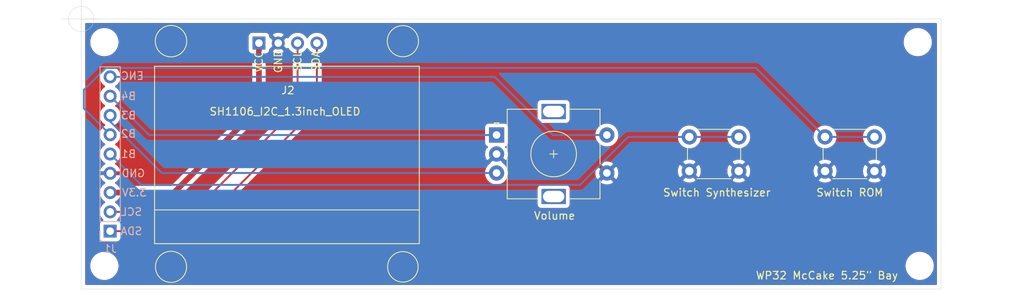
<source format=kicad_pcb>
(kicad_pcb (version 20171130) (host pcbnew "(5.1.10)-1")

  (general
    (thickness 1.6)
    (drawings 6)
    (tracks 28)
    (zones 0)
    (modules 9)
    (nets 10)
  )

  (page A4)
  (layers
    (0 F.Cu signal)
    (31 B.Cu signal)
    (32 B.Adhes user)
    (33 F.Adhes user)
    (34 B.Paste user)
    (35 F.Paste user)
    (36 B.SilkS user)
    (37 F.SilkS user)
    (38 B.Mask user)
    (39 F.Mask user)
    (40 Dwgs.User user)
    (41 Cmts.User user)
    (42 Eco1.User user)
    (43 Eco2.User user)
    (44 Edge.Cuts user)
    (45 Margin user)
    (46 B.CrtYd user)
    (47 F.CrtYd user)
    (48 B.Fab user)
    (49 F.Fab user)
  )

  (setup
    (last_trace_width 0.25)
    (user_trace_width 0.25)
    (user_trace_width 0.5)
    (user_trace_width 0.75)
    (user_trace_width 1)
    (trace_clearance 0.2)
    (zone_clearance 0.508)
    (zone_45_only no)
    (trace_min 0.2)
    (via_size 0.8)
    (via_drill 0.4)
    (via_min_size 0.4)
    (via_min_drill 0.3)
    (uvia_size 0.3)
    (uvia_drill 0.1)
    (uvias_allowed no)
    (uvia_min_size 0.2)
    (uvia_min_drill 0.1)
    (edge_width 0.05)
    (segment_width 0.2)
    (pcb_text_width 0.3)
    (pcb_text_size 1.5 1.5)
    (mod_edge_width 0.12)
    (mod_text_size 1 1)
    (mod_text_width 0.15)
    (pad_size 1.524 1.524)
    (pad_drill 0.762)
    (pad_to_mask_clearance 0)
    (aux_axis_origin 0 0)
    (visible_elements 7FFFFFFF)
    (pcbplotparams
      (layerselection 0x010fc_ffffffff)
      (usegerberextensions false)
      (usegerberattributes true)
      (usegerberadvancedattributes true)
      (creategerberjobfile true)
      (excludeedgelayer true)
      (linewidth 0.100000)
      (plotframeref false)
      (viasonmask false)
      (mode 1)
      (useauxorigin false)
      (hpglpennumber 1)
      (hpglpenspeed 20)
      (hpglpendiameter 15.000000)
      (psnegative false)
      (psa4output false)
      (plotreference true)
      (plotvalue true)
      (plotinvisibletext false)
      (padsonsilk false)
      (subtractmaskfromsilk false)
      (outputformat 1)
      (mirror false)
      (drillshape 1)
      (scaleselection 1)
      (outputdirectory ""))
  )

  (net 0 "")
  (net 1 +3V3)
  (net 2 GND)
  (net 3 /SCL)
  (net 4 /SDA)
  (net 5 /B3_CLK)
  (net 6 /B4_DAT)
  (net 7 /B1)
  (net 8 /B2)
  (net 9 /ENC_SW)

  (net_class Default "This is the default net class."
    (clearance 0.2)
    (trace_width 0.25)
    (via_dia 0.8)
    (via_drill 0.4)
    (uvia_dia 0.3)
    (uvia_drill 0.1)
    (add_net +3V3)
    (add_net /B1)
    (add_net /B2)
    (add_net /B3_CLK)
    (add_net /B4_DAT)
    (add_net /ENC_SW)
    (add_net /SCL)
    (add_net /SDA)
    (add_net GND)
  )

  (module mccake-5:SH1106_1.3_OLED (layer F.Cu) (tedit 60DB6D0A) (tstamp 60DB6E80)
    (at 132.08 80.772)
    (descr "SH1106 OLED 1.3 inch 128x64 I2C")
    (tags "SH1106 OLED 1.3 inch 128x64 I2C")
    (path /60DD236A)
    (fp_text reference J2 (at 9.398 4.826) (layer F.SilkS)
      (effects (font (size 1 1) (thickness 0.15)))
    )
    (fp_text value SH1106_I2C_1.3inch_OLED (at 9.017 7.62) (layer F.SilkS)
      (effects (font (size 1 1) (thickness 0.15)))
    )
    (fp_text user SDA (at 13.081 1.016 90) (layer F.SilkS)
      (effects (font (size 1 1) (thickness 0.15)))
    )
    (fp_text user SCL (at 10.668 1.016 90) (layer F.SilkS)
      (effects (font (size 1 1) (thickness 0.15)))
    )
    (fp_text user GND (at 8.128 1.016 90) (layer F.SilkS)
      (effects (font (size 1 1) (thickness 0.15)))
    )
    (fp_text user VCC (at 5.588 1.016 270) (layer F.SilkS)
      (effects (font (size 1 1) (thickness 0.15)))
    )
    (fp_circle (center 24.511 28.067) (end 26.162 29.21) (layer F.SilkS) (width 0.12))
    (fp_circle (center -5.969 28.067) (end -4.191 29.083) (layer F.SilkS) (width 0.12))
    (fp_circle (center -5.969 -1.651) (end -3.937 -1.27) (layer F.SilkS) (width 0.12))
    (fp_circle (center 24.511 -1.651) (end 26.416 -0.889) (layer F.SilkS) (width 0.12))
    (fp_line (start -8.128 1.651) (end -8.128 25.019) (layer F.SilkS) (width 0.12))
    (fp_line (start -8.128 -3.81) (end 26.67 -3.81) (layer F.CrtYd) (width 0.12))
    (fp_line (start 26.67 -3.81) (end 26.67 30.226) (layer F.CrtYd) (width 0.12))
    (fp_line (start 26.67 30.226) (end -8.128 30.226) (layer F.CrtYd) (width 0.12))
    (fp_line (start -8.128 30.226) (end -8.128 -3.81) (layer F.CrtYd) (width 0.12))
    (fp_line (start -8.128 1.651) (end 26.67 1.651) (layer F.SilkS) (width 0.12))
    (fp_line (start -8.128 20.574) (end 26.67 20.574) (layer F.SilkS) (width 0.12))
    (fp_line (start -8.128 25.019) (end 26.67 25.019) (layer F.SilkS) (width 0.12))
    (fp_line (start 26.67 25.019) (end 26.67 1.651) (layer F.SilkS) (width 0.12))
    (pad SDA thru_hole circle (at 13.208 -1.397) (size 1.7 1.7) (drill 1) (layers *.Cu *.Mask)
      (net 4 /SDA))
    (pad SCL thru_hole circle (at 10.668 -1.397) (size 1.7 1.7) (drill 1) (layers *.Cu *.Mask)
      (net 3 /SCL))
    (pad GND thru_hole circle (at 8.128 -1.397) (size 1.7 1.7) (drill 1) (layers *.Cu *.Mask)
      (net 2 GND))
    (pad VCC thru_hole rect (at 5.588 -1.397) (size 1.7 1.7) (drill 1) (layers *.Cu *.Mask)
      (net 1 +3V3))
    (model "${KIPRJMOD}/library/mccake-5.pretty/Oled SH1106.step"
      (offset (xyz 9.4 -13.6 1.9))
      (scale (xyz 0.95 0.95 0.95))
      (rotate (xyz 0 0 180))
    )
  )

  (module mccake-5:McCake_Pin_Breakout_1x09_P2.54mm_Vertical (layer B.Cu) (tedit 60DB669E) (tstamp 60DB798E)
    (at 118.11 104.14)
    (descr McCake_Pin_Breakout_1x09_P2.54mm_Vertical)
    (tags McCake_Pin_Breakout_1x09_P2.54mm_Vertical)
    (path /60DAC8F1)
    (fp_text reference J1 (at 0 2.33) (layer B.SilkS)
      (effects (font (size 1 1) (thickness 0.15)) (justify mirror))
    )
    (fp_text value McCakeConn_01x09 (at 0 -22.65) (layer B.Fab)
      (effects (font (size 1 1) (thickness 0.15)) (justify mirror))
    )
    (fp_line (start -0.635 1.27) (end 1.27 1.27) (layer B.Fab) (width 0.1))
    (fp_line (start 1.27 1.27) (end 1.27 -21.59) (layer B.Fab) (width 0.1))
    (fp_line (start 1.27 -21.59) (end -1.27 -21.59) (layer B.Fab) (width 0.1))
    (fp_line (start -1.27 -21.59) (end -1.27 0.635) (layer B.Fab) (width 0.1))
    (fp_line (start -1.27 0.635) (end -0.635 1.27) (layer B.Fab) (width 0.1))
    (fp_line (start -1.33 -21.65) (end 1.33 -21.65) (layer B.SilkS) (width 0.12))
    (fp_line (start -1.33 -1.27) (end -1.33 -21.65) (layer B.SilkS) (width 0.12))
    (fp_line (start 1.33 -1.27) (end 1.33 -21.65) (layer B.SilkS) (width 0.12))
    (fp_line (start -1.33 -1.27) (end 1.33 -1.27) (layer B.SilkS) (width 0.12))
    (fp_line (start -1.33 0) (end -1.33 1.33) (layer B.SilkS) (width 0.12))
    (fp_line (start -1.33 1.33) (end 0 1.33) (layer B.SilkS) (width 0.12))
    (fp_line (start -1.8 1.8) (end -1.8 -22.1) (layer B.CrtYd) (width 0.05))
    (fp_line (start -1.8 -22.1) (end 1.8 -22.1) (layer B.CrtYd) (width 0.05))
    (fp_line (start 1.8 -22.1) (end 1.8 1.8) (layer B.CrtYd) (width 0.05))
    (fp_line (start 1.8 1.8) (end -1.8 1.8) (layer B.CrtYd) (width 0.05))
    (fp_text user %R (at 0 -10.16 -90) (layer B.Fab)
      (effects (font (size 1 1) (thickness 0.15)) (justify mirror))
    )
    (fp_text user SDA (at 2.794 0) (layer B.SilkS)
      (effects (font (size 1 1) (thickness 0.15)) (justify mirror))
    )
    (fp_text user SCL (at 2.794 -2.54) (layer B.SilkS)
      (effects (font (size 1 1) (thickness 0.15)) (justify mirror))
    )
    (fp_text user 3.3V (at 3.175 -5.08) (layer B.SilkS)
      (effects (font (size 1 1) (thickness 0.15)) (justify mirror))
    )
    (fp_text user GND (at 3.048 -7.62) (layer B.SilkS)
      (effects (font (size 1 1) (thickness 0.15)) (justify mirror))
    )
    (fp_text user B1 (at 2.413 -10.16) (layer B.SilkS)
      (effects (font (size 1 1) (thickness 0.15)) (justify mirror))
    )
    (fp_text user B2 (at 2.413 -12.827) (layer B.SilkS)
      (effects (font (size 1 1) (thickness 0.15)) (justify mirror))
    )
    (fp_text user B3 (at 2.413 -15.24) (layer B.SilkS)
      (effects (font (size 1 1) (thickness 0.15)) (justify mirror))
    )
    (fp_text user B4 (at 2.413 -17.78) (layer B.SilkS)
      (effects (font (size 1 1) (thickness 0.15)) (justify mirror))
    )
    (fp_text user ENC (at 2.921 -20.447) (layer B.SilkS)
      (effects (font (size 1 1) (thickness 0.15)) (justify mirror))
    )
    (pad ENC thru_hole oval (at 0 -20.32) (size 1.7 1.7) (drill 1) (layers *.Cu *.Mask)
      (net 9 /ENC_SW))
    (pad B4 thru_hole oval (at 0 -17.78) (size 1.7 1.7) (drill 1) (layers *.Cu *.Mask)
      (net 6 /B4_DAT))
    (pad B3 thru_hole oval (at 0 -15.24) (size 1.7 1.7) (drill 1) (layers *.Cu *.Mask)
      (net 5 /B3_CLK))
    (pad B2 thru_hole oval (at 0 -12.7) (size 1.7 1.7) (drill 1) (layers *.Cu *.Mask)
      (net 8 /B2))
    (pad B1 thru_hole oval (at 0 -10.16) (size 1.7 1.7) (drill 1) (layers *.Cu *.Mask)
      (net 7 /B1))
    (pad GND thru_hole oval (at 0 -7.62) (size 1.7 1.7) (drill 1) (layers *.Cu *.Mask)
      (net 2 GND))
    (pad 3.3V thru_hole oval (at 0 -5.08) (size 1.7 1.7) (drill 1) (layers *.Cu *.Mask)
      (net 1 +3V3))
    (pad SCL thru_hole oval (at 0 -2.54) (size 1.7 1.7) (drill 1) (layers *.Cu *.Mask)
      (net 3 /SCL))
    (pad SDA thru_hole rect (at 0 0) (size 1.7 1.7) (drill 1) (layers *.Cu *.Mask)
      (net 4 /SDA))
    (model ${KISYS3DMOD}/Connector_PinHeader_2.54mm.3dshapes/PinHeader_1x09_P2.54mm_Vertical.wrl
      (at (xyz 0 0 0))
      (scale (xyz 1 1 1))
      (rotate (xyz 0 0 0))
    )
  )

  (module MountingHole:MountingHole_2.7mm_M2.5_ISO7380 (layer F.Cu) (tedit 56D1B4CB) (tstamp 60DB71D2)
    (at 224.282 79.248)
    (descr "Mounting Hole 2.7mm, no annular, M2.5, ISO7380")
    (tags "mounting hole 2.7mm no annular m2.5 iso7380")
    (attr virtual)
    (fp_text reference REF** (at 0 -3.25) (layer F.SilkS) hide
      (effects (font (size 1 1) (thickness 0.15)))
    )
    (fp_text value MountingHole_2.7mm_M2.5_ISO7380 (at 0 3.25) (layer F.Fab)
      (effects (font (size 1 1) (thickness 0.15)))
    )
    (fp_circle (center 0 0) (end 2.5 0) (layer F.CrtYd) (width 0.05))
    (fp_circle (center 0 0) (end 2.25 0) (layer Cmts.User) (width 0.15))
    (fp_text user %R (at 0.3 0) (layer F.Fab)
      (effects (font (size 1 1) (thickness 0.15)))
    )
    (pad 1 np_thru_hole circle (at 0 0) (size 2.7 2.7) (drill 2.7) (layers *.Cu *.Mask))
  )

  (module MountingHole:MountingHole_2.7mm_M2.5_ISO7380 (layer F.Cu) (tedit 56D1B4CB) (tstamp 60DB71C4)
    (at 224.536 108.712)
    (descr "Mounting Hole 2.7mm, no annular, M2.5, ISO7380")
    (tags "mounting hole 2.7mm no annular m2.5 iso7380")
    (attr virtual)
    (fp_text reference REF** (at 0 -3.25) (layer F.SilkS) hide
      (effects (font (size 1 1) (thickness 0.15)))
    )
    (fp_text value MountingHole_2.7mm_M2.5_ISO7380 (at 0 3.25) (layer F.Fab)
      (effects (font (size 1 1) (thickness 0.15)))
    )
    (fp_circle (center 0 0) (end 2.25 0) (layer Cmts.User) (width 0.15))
    (fp_circle (center 0 0) (end 2.5 0) (layer F.CrtYd) (width 0.05))
    (fp_text user %R (at 0.3 0) (layer F.Fab)
      (effects (font (size 1 1) (thickness 0.15)))
    )
    (pad 1 np_thru_hole circle (at 0 0) (size 2.7 2.7) (drill 2.7) (layers *.Cu *.Mask))
  )

  (module MountingHole:MountingHole_2.7mm_M2.5_ISO7380 (layer F.Cu) (tedit 56D1B4CB) (tstamp 60DB71B5)
    (at 117.348 108.712)
    (descr "Mounting Hole 2.7mm, no annular, M2.5, ISO7380")
    (tags "mounting hole 2.7mm no annular m2.5 iso7380")
    (attr virtual)
    (fp_text reference REF** (at 0 -3.25) (layer F.SilkS) hide
      (effects (font (size 1 1) (thickness 0.15)))
    )
    (fp_text value MountingHole_2.7mm_M2.5_ISO7380 (at 0 3.25) (layer F.Fab)
      (effects (font (size 1 1) (thickness 0.15)))
    )
    (fp_circle (center 0 0) (end 2.5 0) (layer F.CrtYd) (width 0.05))
    (fp_circle (center 0 0) (end 2.25 0) (layer Cmts.User) (width 0.15))
    (fp_text user %R (at 0.3 0) (layer F.Fab)
      (effects (font (size 1 1) (thickness 0.15)))
    )
    (pad 1 np_thru_hole circle (at 0 0) (size 2.7 2.7) (drill 2.7) (layers *.Cu *.Mask))
  )

  (module MountingHole:MountingHole_2.7mm_M2.5_ISO7380 (layer F.Cu) (tedit 56D1B4CB) (tstamp 60DB71AE)
    (at 117.348 79.248)
    (descr "Mounting Hole 2.7mm, no annular, M2.5, ISO7380")
    (tags "mounting hole 2.7mm no annular m2.5 iso7380")
    (attr virtual)
    (fp_text reference REF** (at 0 -3.25) (layer F.SilkS) hide
      (effects (font (size 1 1) (thickness 0.15)))
    )
    (fp_text value MountingHole_2.7mm_M2.5_ISO7380 (at 0 3.25) (layer F.Fab)
      (effects (font (size 1 1) (thickness 0.15)))
    )
    (fp_circle (center 0 0) (end 2.25 0) (layer Cmts.User) (width 0.15))
    (fp_circle (center 0 0) (end 2.5 0) (layer F.CrtYd) (width 0.05))
    (fp_text user %R (at 0.3 0) (layer F.Fab)
      (effects (font (size 1 1) (thickness 0.15)))
    )
    (pad 1 np_thru_hole circle (at 0 0) (size 2.7 2.7) (drill 2.7) (layers *.Cu *.Mask))
  )

  (module Button_Switch_THT:SW_PUSH_6mm (layer F.Cu) (tedit 5A02FE31) (tstamp 60DB668C)
    (at 194.25 91.73)
    (descr https://www.omron.com/ecb/products/pdf/en-b3f.pdf)
    (tags "tact sw push 6mm")
    (path /60DADC2C)
    (fp_text reference "Switch Synthesizer" (at 3.616 7.33) (layer F.SilkS)
      (effects (font (size 1 1) (thickness 0.15)))
    )
    (fp_text value SW_Push (at 3.75 6.7) (layer F.Fab)
      (effects (font (size 1 1) (thickness 0.15)))
    )
    (fp_circle (center 3.25 2.25) (end 1.25 2.5) (layer F.Fab) (width 0.1))
    (fp_line (start 6.75 3) (end 6.75 1.5) (layer F.SilkS) (width 0.12))
    (fp_line (start 5.5 -1) (end 1 -1) (layer F.SilkS) (width 0.12))
    (fp_line (start -0.25 1.5) (end -0.25 3) (layer F.SilkS) (width 0.12))
    (fp_line (start 1 5.5) (end 5.5 5.5) (layer F.SilkS) (width 0.12))
    (fp_line (start 8 -1.25) (end 8 5.75) (layer F.CrtYd) (width 0.05))
    (fp_line (start 7.75 6) (end -1.25 6) (layer F.CrtYd) (width 0.05))
    (fp_line (start -1.5 5.75) (end -1.5 -1.25) (layer F.CrtYd) (width 0.05))
    (fp_line (start -1.25 -1.5) (end 7.75 -1.5) (layer F.CrtYd) (width 0.05))
    (fp_line (start -1.5 6) (end -1.25 6) (layer F.CrtYd) (width 0.05))
    (fp_line (start -1.5 5.75) (end -1.5 6) (layer F.CrtYd) (width 0.05))
    (fp_line (start -1.5 -1.5) (end -1.25 -1.5) (layer F.CrtYd) (width 0.05))
    (fp_line (start -1.5 -1.25) (end -1.5 -1.5) (layer F.CrtYd) (width 0.05))
    (fp_line (start 8 -1.5) (end 8 -1.25) (layer F.CrtYd) (width 0.05))
    (fp_line (start 7.75 -1.5) (end 8 -1.5) (layer F.CrtYd) (width 0.05))
    (fp_line (start 8 6) (end 8 5.75) (layer F.CrtYd) (width 0.05))
    (fp_line (start 7.75 6) (end 8 6) (layer F.CrtYd) (width 0.05))
    (fp_line (start 0.25 -0.75) (end 3.25 -0.75) (layer F.Fab) (width 0.1))
    (fp_line (start 0.25 5.25) (end 0.25 -0.75) (layer F.Fab) (width 0.1))
    (fp_line (start 6.25 5.25) (end 0.25 5.25) (layer F.Fab) (width 0.1))
    (fp_line (start 6.25 -0.75) (end 6.25 5.25) (layer F.Fab) (width 0.1))
    (fp_line (start 3.25 -0.75) (end 6.25 -0.75) (layer F.Fab) (width 0.1))
    (fp_text user %R (at 3.25 2.25) (layer F.Fab)
      (effects (font (size 1 1) (thickness 0.15)))
    )
    (pad 2 thru_hole circle (at 0 4.5 90) (size 2 2) (drill 1.1) (layers *.Cu *.Mask)
      (net 2 GND))
    (pad 1 thru_hole circle (at 0 0 90) (size 2 2) (drill 1.1) (layers *.Cu *.Mask)
      (net 7 /B1))
    (pad 2 thru_hole circle (at 6.5 4.5 90) (size 2 2) (drill 1.1) (layers *.Cu *.Mask)
      (net 2 GND))
    (pad 1 thru_hole circle (at 6.5 0 90) (size 2 2) (drill 1.1) (layers *.Cu *.Mask)
      (net 7 /B1))
    (model ${KISYS3DMOD}/Button_Switch_THT.3dshapes/SW_PUSH_6mm.wrl
      (at (xyz 0 0 0))
      (scale (xyz 1 1 1))
      (rotate (xyz 0 0 0))
    )
  )

  (module Button_Switch_THT:SW_PUSH_6mm (layer F.Cu) (tedit 5A02FE31) (tstamp 60DB66AB)
    (at 212.09 91.73)
    (descr https://www.omron.com/ecb/products/pdf/en-b3f.pdf)
    (tags "tact sw push 6mm")
    (path /60DADCF6)
    (fp_text reference "Switch ROM" (at 3.25 7.33) (layer F.SilkS)
      (effects (font (size 1 1) (thickness 0.15)))
    )
    (fp_text value SW_Push (at 3.75 6.7) (layer F.Fab)
      (effects (font (size 1 1) (thickness 0.15)))
    )
    (fp_line (start 3.25 -0.75) (end 6.25 -0.75) (layer F.Fab) (width 0.1))
    (fp_line (start 6.25 -0.75) (end 6.25 5.25) (layer F.Fab) (width 0.1))
    (fp_line (start 6.25 5.25) (end 0.25 5.25) (layer F.Fab) (width 0.1))
    (fp_line (start 0.25 5.25) (end 0.25 -0.75) (layer F.Fab) (width 0.1))
    (fp_line (start 0.25 -0.75) (end 3.25 -0.75) (layer F.Fab) (width 0.1))
    (fp_line (start 7.75 6) (end 8 6) (layer F.CrtYd) (width 0.05))
    (fp_line (start 8 6) (end 8 5.75) (layer F.CrtYd) (width 0.05))
    (fp_line (start 7.75 -1.5) (end 8 -1.5) (layer F.CrtYd) (width 0.05))
    (fp_line (start 8 -1.5) (end 8 -1.25) (layer F.CrtYd) (width 0.05))
    (fp_line (start -1.5 -1.25) (end -1.5 -1.5) (layer F.CrtYd) (width 0.05))
    (fp_line (start -1.5 -1.5) (end -1.25 -1.5) (layer F.CrtYd) (width 0.05))
    (fp_line (start -1.5 5.75) (end -1.5 6) (layer F.CrtYd) (width 0.05))
    (fp_line (start -1.5 6) (end -1.25 6) (layer F.CrtYd) (width 0.05))
    (fp_line (start -1.25 -1.5) (end 7.75 -1.5) (layer F.CrtYd) (width 0.05))
    (fp_line (start -1.5 5.75) (end -1.5 -1.25) (layer F.CrtYd) (width 0.05))
    (fp_line (start 7.75 6) (end -1.25 6) (layer F.CrtYd) (width 0.05))
    (fp_line (start 8 -1.25) (end 8 5.75) (layer F.CrtYd) (width 0.05))
    (fp_line (start 1 5.5) (end 5.5 5.5) (layer F.SilkS) (width 0.12))
    (fp_line (start -0.25 1.5) (end -0.25 3) (layer F.SilkS) (width 0.12))
    (fp_line (start 5.5 -1) (end 1 -1) (layer F.SilkS) (width 0.12))
    (fp_line (start 6.75 3) (end 6.75 1.5) (layer F.SilkS) (width 0.12))
    (fp_circle (center 3.25 2.25) (end 1.25 2.5) (layer F.Fab) (width 0.1))
    (fp_text user %R (at 3.25 2.25) (layer F.Fab)
      (effects (font (size 1 1) (thickness 0.15)))
    )
    (pad 1 thru_hole circle (at 6.5 0 90) (size 2 2) (drill 1.1) (layers *.Cu *.Mask)
      (net 8 /B2))
    (pad 2 thru_hole circle (at 6.5 4.5 90) (size 2 2) (drill 1.1) (layers *.Cu *.Mask)
      (net 2 GND))
    (pad 1 thru_hole circle (at 0 0 90) (size 2 2) (drill 1.1) (layers *.Cu *.Mask)
      (net 8 /B2))
    (pad 2 thru_hole circle (at 0 4.5 90) (size 2 2) (drill 1.1) (layers *.Cu *.Mask)
      (net 2 GND))
    (model ${KISYS3DMOD}/Button_Switch_THT.3dshapes/SW_PUSH_6mm.wrl
      (at (xyz 0 0 0))
      (scale (xyz 1 1 1))
      (rotate (xyz 0 0 0))
    )
  )

  (module Rotary_Encoder:RotaryEncoder_Alps_EC11E-Switch_Vertical_H20mm (layer F.Cu) (tedit 5A74C8CB) (tstamp 60DB7C3A)
    (at 168.91 91.48)
    (descr "Alps rotary encoder, EC12E... with switch, vertical shaft, http://www.alps.com/prod/info/E/HTML/Encoder/Incremental/EC11/EC11E15204A3.html")
    (tags "rotary encoder")
    (path /60DB1D0A)
    (fp_text reference Volume (at 7.62 10.628) (layer F.SilkS)
      (effects (font (size 1 1) (thickness 0.15)))
    )
    (fp_text value Rotary_Encoder_Switch (at 7.5 10.4) (layer F.Fab)
      (effects (font (size 1 1) (thickness 0.15)))
    )
    (fp_line (start 7 2.5) (end 8 2.5) (layer F.SilkS) (width 0.12))
    (fp_line (start 7.5 2) (end 7.5 3) (layer F.SilkS) (width 0.12))
    (fp_line (start 13.6 6) (end 13.6 8.4) (layer F.SilkS) (width 0.12))
    (fp_line (start 13.6 1.2) (end 13.6 3.8) (layer F.SilkS) (width 0.12))
    (fp_line (start 13.6 -3.4) (end 13.6 -1) (layer F.SilkS) (width 0.12))
    (fp_line (start 4.5 2.5) (end 10.5 2.5) (layer F.Fab) (width 0.12))
    (fp_line (start 7.5 -0.5) (end 7.5 5.5) (layer F.Fab) (width 0.12))
    (fp_line (start 0.3 -1.6) (end 0 -1.3) (layer F.SilkS) (width 0.12))
    (fp_line (start -0.3 -1.6) (end 0.3 -1.6) (layer F.SilkS) (width 0.12))
    (fp_line (start 0 -1.3) (end -0.3 -1.6) (layer F.SilkS) (width 0.12))
    (fp_line (start 1.4 -3.4) (end 1.4 8.4) (layer F.SilkS) (width 0.12))
    (fp_line (start 5.5 -3.4) (end 1.4 -3.4) (layer F.SilkS) (width 0.12))
    (fp_line (start 5.5 8.4) (end 1.4 8.4) (layer F.SilkS) (width 0.12))
    (fp_line (start 13.6 8.4) (end 9.5 8.4) (layer F.SilkS) (width 0.12))
    (fp_line (start 9.5 -3.4) (end 13.6 -3.4) (layer F.SilkS) (width 0.12))
    (fp_line (start 1.5 -2.2) (end 2.5 -3.3) (layer F.Fab) (width 0.12))
    (fp_line (start 1.5 8.3) (end 1.5 -2.2) (layer F.Fab) (width 0.12))
    (fp_line (start 13.5 8.3) (end 1.5 8.3) (layer F.Fab) (width 0.12))
    (fp_line (start 13.5 -3.3) (end 13.5 8.3) (layer F.Fab) (width 0.12))
    (fp_line (start 2.5 -3.3) (end 13.5 -3.3) (layer F.Fab) (width 0.12))
    (fp_line (start -1.5 -4.6) (end 16 -4.6) (layer F.CrtYd) (width 0.05))
    (fp_line (start -1.5 -4.6) (end -1.5 9.6) (layer F.CrtYd) (width 0.05))
    (fp_line (start 16 9.6) (end 16 -4.6) (layer F.CrtYd) (width 0.05))
    (fp_line (start 16 9.6) (end -1.5 9.6) (layer F.CrtYd) (width 0.05))
    (fp_circle (center 7.5 2.5) (end 10.5 2.5) (layer F.SilkS) (width 0.12))
    (fp_circle (center 7.5 2.5) (end 10.5 2.5) (layer F.Fab) (width 0.12))
    (fp_text user %R (at 11.1 6.3) (layer F.Fab)
      (effects (font (size 1 1) (thickness 0.15)))
    )
    (pad S1 thru_hole circle (at 14.5 5) (size 2 2) (drill 1) (layers *.Cu *.Mask)
      (net 2 GND))
    (pad S2 thru_hole circle (at 14.5 0) (size 2 2) (drill 1) (layers *.Cu *.Mask)
      (net 9 /ENC_SW))
    (pad MP thru_hole rect (at 7.5 8.1) (size 3.2 2) (drill oval 2.8 1.5) (layers *.Cu *.Mask))
    (pad MP thru_hole rect (at 7.5 -3.1) (size 3.2 2) (drill oval 2.8 1.5) (layers *.Cu *.Mask))
    (pad B thru_hole circle (at 0 5) (size 2 2) (drill 1) (layers *.Cu *.Mask)
      (net 5 /B3_CLK))
    (pad C thru_hole circle (at 0 2.5) (size 2 2) (drill 1) (layers *.Cu *.Mask)
      (net 2 GND))
    (pad A thru_hole rect (at 0 0) (size 2 2) (drill 1) (layers *.Cu *.Mask)
      (net 6 /B4_DAT))
    (model ${KISYS3DMOD}/Rotary_Encoder.3dshapes/RotaryEncoder_Alps_EC11E-Switch_Vertical_H20mm.wrl
      (at (xyz 0 0 0))
      (scale (xyz 1 1 1))
      (rotate (xyz 0 0 0))
    )
  )

  (gr_text "WP32 McCake 5.25\" Bay" (at 212.344 109.982) (layer F.SilkS)
    (effects (font (size 1 1) (thickness 0.15)))
  )
  (gr_line (start 227.33 76.2) (end 114.3 76.2) (layer Edge.Cuts) (width 0.05))
  (gr_line (start 227.33 111.76) (end 227.33 76.2) (layer Edge.Cuts) (width 0.05))
  (gr_line (start 114.3 111.76) (end 227.33 111.76) (layer Edge.Cuts) (width 0.05))
  (gr_line (start 114.3 76.2) (end 114.3 111.76) (layer Edge.Cuts) (width 0.05))
  (target plus (at 114.3 76.2) (size 5) (width 0.05) (layer Edge.Cuts))

  (segment (start 118.11 99.06) (end 126.492 99.06) (width 0.75) (layer F.Cu) (net 1))
  (segment (start 137.668 87.884) (end 137.668 79.375) (width 0.75) (layer F.Cu) (net 1))
  (segment (start 126.492 99.06) (end 137.668 87.884) (width 0.75) (layer F.Cu) (net 1))
  (segment (start 142.748 79.375) (end 142.748 87.884) (width 0.25) (layer F.Cu) (net 3))
  (segment (start 129.032 101.6) (end 118.11 101.6) (width 0.25) (layer F.Cu) (net 3))
  (segment (start 142.748 87.884) (end 129.032 101.6) (width 0.25) (layer F.Cu) (net 3))
  (segment (start 145.288 79.375) (end 145.288 87.884) (width 0.25) (layer F.Cu) (net 4))
  (segment (start 129.032 104.14) (end 118.11 104.14) (width 0.25) (layer F.Cu) (net 4))
  (segment (start 145.288 87.884) (end 129.032 104.14) (width 0.25) (layer F.Cu) (net 4))
  (segment (start 118.11 89.700998) (end 118.11 88.9) (width 0.25) (layer B.Cu) (net 5))
  (segment (start 124.889002 96.48) (end 118.11 89.700998) (width 0.25) (layer B.Cu) (net 5))
  (segment (start 168.91 96.48) (end 124.889002 96.48) (width 0.25) (layer B.Cu) (net 5))
  (segment (start 123.23 91.48) (end 118.11 86.36) (width 0.25) (layer B.Cu) (net 6))
  (segment (start 168.91 91.48) (end 123.23 91.48) (width 0.25) (layer B.Cu) (net 6))
  (segment (start 200.75 91.73) (end 194.25 91.73) (width 0.25) (layer B.Cu) (net 7))
  (segment (start 122.174 98.044) (end 118.11 93.98) (width 0.25) (layer B.Cu) (net 7))
  (segment (start 179.884998 98.044) (end 122.174 98.044) (width 0.25) (layer B.Cu) (net 7))
  (segment (start 186.198998 91.73) (end 179.884998 98.044) (width 0.25) (layer B.Cu) (net 7))
  (segment (start 194.25 91.73) (end 186.198998 91.73) (width 0.25) (layer B.Cu) (net 7))
  (segment (start 218.59 91.73) (end 212.09 91.73) (width 0.25) (layer B.Cu) (net 8))
  (segment (start 203.004999 82.644999) (end 212.09 91.73) (width 0.25) (layer B.Cu) (net 8))
  (segment (start 117.545999 82.644999) (end 203.004999 82.644999) (width 0.25) (layer B.Cu) (net 8))
  (segment (start 114.65001 85.540988) (end 117.545999 82.644999) (width 0.25) (layer B.Cu) (net 8))
  (segment (start 114.65001 87.98001) (end 114.65001 85.540988) (width 0.25) (layer B.Cu) (net 8))
  (segment (start 118.11 91.44) (end 114.65001 87.98001) (width 0.25) (layer B.Cu) (net 8))
  (segment (start 168.664998 83.82) (end 118.11 83.82) (width 0.25) (layer B.Cu) (net 9))
  (segment (start 176.324998 91.48) (end 168.664998 83.82) (width 0.25) (layer B.Cu) (net 9))
  (segment (start 183.41 91.48) (end 176.324998 91.48) (width 0.25) (layer B.Cu) (net 9))

  (zone (net 2) (net_name GND) (layer F.Cu) (tstamp 0) (hatch edge 0.508)
    (connect_pads (clearance 0.508))
    (min_thickness 0.254)
    (fill yes (arc_segments 32) (thermal_gap 0.508) (thermal_bridge_width 0.508))
    (polygon
      (pts
        (xy 227.33 111.76) (xy 114.3 111.76) (xy 114.3 76.2) (xy 227.33 76.2)
      )
    )
    (filled_polygon
      (pts
        (xy 226.67 111.1) (xy 114.96 111.1) (xy 114.96 108.516495) (xy 115.363 108.516495) (xy 115.363 108.907505)
        (xy 115.439282 109.291003) (xy 115.588915 109.65225) (xy 115.806149 109.977364) (xy 116.082636 110.253851) (xy 116.40775 110.471085)
        (xy 116.768997 110.620718) (xy 117.152495 110.697) (xy 117.543505 110.697) (xy 117.927003 110.620718) (xy 118.28825 110.471085)
        (xy 118.613364 110.253851) (xy 118.889851 109.977364) (xy 119.107085 109.65225) (xy 119.256718 109.291003) (xy 119.333 108.907505)
        (xy 119.333 108.516495) (xy 222.551 108.516495) (xy 222.551 108.907505) (xy 222.627282 109.291003) (xy 222.776915 109.65225)
        (xy 222.994149 109.977364) (xy 223.270636 110.253851) (xy 223.59575 110.471085) (xy 223.956997 110.620718) (xy 224.340495 110.697)
        (xy 224.731505 110.697) (xy 225.115003 110.620718) (xy 225.47625 110.471085) (xy 225.801364 110.253851) (xy 226.077851 109.977364)
        (xy 226.295085 109.65225) (xy 226.444718 109.291003) (xy 226.521 108.907505) (xy 226.521 108.516495) (xy 226.444718 108.132997)
        (xy 226.295085 107.77175) (xy 226.077851 107.446636) (xy 225.801364 107.170149) (xy 225.47625 106.952915) (xy 225.115003 106.803282)
        (xy 224.731505 106.727) (xy 224.340495 106.727) (xy 223.956997 106.803282) (xy 223.59575 106.952915) (xy 223.270636 107.170149)
        (xy 222.994149 107.446636) (xy 222.776915 107.77175) (xy 222.627282 108.132997) (xy 222.551 108.516495) (xy 119.333 108.516495)
        (xy 119.256718 108.132997) (xy 119.107085 107.77175) (xy 118.889851 107.446636) (xy 118.613364 107.170149) (xy 118.28825 106.952915)
        (xy 117.927003 106.803282) (xy 117.543505 106.727) (xy 117.152495 106.727) (xy 116.768997 106.803282) (xy 116.40775 106.952915)
        (xy 116.082636 107.170149) (xy 115.806149 107.446636) (xy 115.588915 107.77175) (xy 115.439282 108.132997) (xy 115.363 108.516495)
        (xy 114.96 108.516495) (xy 114.96 103.29) (xy 116.621928 103.29) (xy 116.621928 104.99) (xy 116.634188 105.114482)
        (xy 116.670498 105.23418) (xy 116.729463 105.344494) (xy 116.808815 105.441185) (xy 116.905506 105.520537) (xy 117.01582 105.579502)
        (xy 117.135518 105.615812) (xy 117.26 105.628072) (xy 118.96 105.628072) (xy 119.084482 105.615812) (xy 119.20418 105.579502)
        (xy 119.314494 105.520537) (xy 119.411185 105.441185) (xy 119.490537 105.344494) (xy 119.549502 105.23418) (xy 119.585812 105.114482)
        (xy 119.598072 104.99) (xy 119.598072 104.9) (xy 128.994678 104.9) (xy 129.032 104.903676) (xy 129.069322 104.9)
        (xy 129.069333 104.9) (xy 129.180986 104.889003) (xy 129.324247 104.845546) (xy 129.456276 104.774974) (xy 129.572001 104.680001)
        (xy 129.595804 104.650997) (xy 135.666801 98.58) (xy 174.171928 98.58) (xy 174.171928 100.58) (xy 174.184188 100.704482)
        (xy 174.220498 100.82418) (xy 174.279463 100.934494) (xy 174.358815 101.031185) (xy 174.455506 101.110537) (xy 174.56582 101.169502)
        (xy 174.685518 101.205812) (xy 174.81 101.218072) (xy 178.01 101.218072) (xy 178.134482 101.205812) (xy 178.25418 101.169502)
        (xy 178.364494 101.110537) (xy 178.461185 101.031185) (xy 178.540537 100.934494) (xy 178.599502 100.82418) (xy 178.635812 100.704482)
        (xy 178.648072 100.58) (xy 178.648072 98.58) (xy 178.635812 98.455518) (xy 178.599502 98.33582) (xy 178.540537 98.225506)
        (xy 178.461185 98.128815) (xy 178.364494 98.049463) (xy 178.25418 97.990498) (xy 178.134482 97.954188) (xy 178.01 97.941928)
        (xy 174.81 97.941928) (xy 174.685518 97.954188) (xy 174.56582 97.990498) (xy 174.455506 98.049463) (xy 174.358815 98.128815)
        (xy 174.279463 98.225506) (xy 174.220498 98.33582) (xy 174.184188 98.455518) (xy 174.171928 98.58) (xy 135.666801 98.58)
        (xy 137.927834 96.318967) (xy 167.275 96.318967) (xy 167.275 96.641033) (xy 167.337832 96.956912) (xy 167.461082 97.254463)
        (xy 167.640013 97.522252) (xy 167.867748 97.749987) (xy 168.135537 97.928918) (xy 168.433088 98.052168) (xy 168.748967 98.115)
        (xy 169.071033 98.115) (xy 169.386912 98.052168) (xy 169.684463 97.928918) (xy 169.952252 97.749987) (xy 170.086826 97.615413)
        (xy 182.454192 97.615413) (xy 182.549956 97.879814) (xy 182.839571 98.020704) (xy 183.151108 98.102384) (xy 183.472595 98.121718)
        (xy 183.791675 98.077961) (xy 184.096088 97.972795) (xy 184.270044 97.879814) (xy 184.365808 97.615413) (xy 183.41 96.659605)
        (xy 182.454192 97.615413) (xy 170.086826 97.615413) (xy 170.179987 97.522252) (xy 170.358918 97.254463) (xy 170.482168 96.956912)
        (xy 170.545 96.641033) (xy 170.545 96.542595) (xy 181.768282 96.542595) (xy 181.812039 96.861675) (xy 181.917205 97.166088)
        (xy 182.010186 97.340044) (xy 182.274587 97.435808) (xy 183.230395 96.48) (xy 183.589605 96.48) (xy 184.545413 97.435808)
        (xy 184.739771 97.365413) (xy 193.294192 97.365413) (xy 193.389956 97.629814) (xy 193.679571 97.770704) (xy 193.991108 97.852384)
        (xy 194.312595 97.871718) (xy 194.631675 97.827961) (xy 194.936088 97.722795) (xy 195.110044 97.629814) (xy 195.205808 97.365413)
        (xy 199.794192 97.365413) (xy 199.889956 97.629814) (xy 200.179571 97.770704) (xy 200.491108 97.852384) (xy 200.812595 97.871718)
        (xy 201.131675 97.827961) (xy 201.436088 97.722795) (xy 201.610044 97.629814) (xy 201.705808 97.365413) (xy 211.134192 97.365413)
        (xy 211.229956 97.629814) (xy 211.519571 97.770704) (xy 211.831108 97.852384) (xy 212.152595 97.871718) (xy 212.471675 97.827961)
        (xy 212.776088 97.722795) (xy 212.950044 97.629814) (xy 213.045808 97.365413) (xy 217.634192 97.365413) (xy 217.729956 97.629814)
        (xy 218.019571 97.770704) (xy 218.331108 97.852384) (xy 218.652595 97.871718) (xy 218.971675 97.827961) (xy 219.276088 97.722795)
        (xy 219.450044 97.629814) (xy 219.545808 97.365413) (xy 218.59 96.409605) (xy 217.634192 97.365413) (xy 213.045808 97.365413)
        (xy 212.09 96.409605) (xy 211.134192 97.365413) (xy 201.705808 97.365413) (xy 200.75 96.409605) (xy 199.794192 97.365413)
        (xy 195.205808 97.365413) (xy 194.25 96.409605) (xy 193.294192 97.365413) (xy 184.739771 97.365413) (xy 184.809814 97.340044)
        (xy 184.950704 97.050429) (xy 185.032384 96.738892) (xy 185.051718 96.417405) (xy 185.034603 96.292595) (xy 192.608282 96.292595)
        (xy 192.652039 96.611675) (xy 192.757205 96.916088) (xy 192.850186 97.090044) (xy 193.114587 97.185808) (xy 194.070395 96.23)
        (xy 194.429605 96.23) (xy 195.385413 97.185808) (xy 195.649814 97.090044) (xy 195.790704 96.800429) (xy 195.872384 96.488892)
        (xy 195.884189 96.292595) (xy 199.108282 96.292595) (xy 199.152039 96.611675) (xy 199.257205 96.916088) (xy 199.350186 97.090044)
        (xy 199.614587 97.185808) (xy 200.570395 96.23) (xy 200.929605 96.23) (xy 201.885413 97.185808) (xy 202.149814 97.090044)
        (xy 202.290704 96.800429) (xy 202.372384 96.488892) (xy 202.384189 96.292595) (xy 210.448282 96.292595) (xy 210.492039 96.611675)
        (xy 210.597205 96.916088) (xy 210.690186 97.090044) (xy 210.954587 97.185808) (xy 211.910395 96.23) (xy 212.269605 96.23)
        (xy 213.225413 97.185808) (xy 213.489814 97.090044) (xy 213.630704 96.800429) (xy 213.712384 96.488892) (xy 213.724189 96.292595)
        (xy 216.948282 96.292595) (xy 216.992039 96.611675) (xy 217.097205 96.916088) (xy 217.190186 97.090044) (xy 217.454587 97.185808)
        (xy 218.410395 96.23) (xy 218.769605 96.23) (xy 219.725413 97.185808) (xy 219.989814 97.090044) (xy 220.130704 96.800429)
        (xy 220.212384 96.488892) (xy 220.231718 96.167405) (xy 220.187961 95.848325) (xy 220.082795 95.543912) (xy 219.989814 95.369956)
        (xy 219.725413 95.274192) (xy 218.769605 96.23) (xy 218.410395 96.23) (xy 217.454587 95.274192) (xy 217.190186 95.369956)
        (xy 217.049296 95.659571) (xy 216.967616 95.971108) (xy 216.948282 96.292595) (xy 213.724189 96.292595) (xy 213.731718 96.167405)
        (xy 213.687961 95.848325) (xy 213.582795 95.543912) (xy 213.489814 95.369956) (xy 213.225413 95.274192) (xy 212.269605 96.23)
        (xy 211.910395 96.23) (xy 210.954587 95.274192) (xy 210.690186 95.369956) (xy 210.549296 95.659571) (xy 210.467616 95.971108)
        (xy 210.448282 96.292595) (xy 202.384189 96.292595) (xy 202.391718 96.167405) (xy 202.347961 95.848325) (xy 202.242795 95.543912)
        (xy 202.149814 95.369956) (xy 201.885413 95.274192) (xy 200.929605 96.23) (xy 200.570395 96.23) (xy 199.614587 95.274192)
        (xy 199.350186 95.369956) (xy 199.209296 95.659571) (xy 199.127616 95.971108) (xy 199.108282 96.292595) (xy 195.884189 96.292595)
        (xy 195.891718 96.167405) (xy 195.847961 95.848325) (xy 195.742795 95.543912) (xy 195.649814 95.369956) (xy 195.385413 95.274192)
        (xy 194.429605 96.23) (xy 194.070395 96.23) (xy 193.114587 95.274192) (xy 192.850186 95.369956) (xy 192.709296 95.659571)
        (xy 192.627616 95.971108) (xy 192.608282 96.292595) (xy 185.034603 96.292595) (xy 185.007961 96.098325) (xy 184.902795 95.793912)
        (xy 184.809814 95.619956) (xy 184.545413 95.524192) (xy 183.589605 96.48) (xy 183.230395 96.48) (xy 182.274587 95.524192)
        (xy 182.010186 95.619956) (xy 181.869296 95.909571) (xy 181.787616 96.221108) (xy 181.768282 96.542595) (xy 170.545 96.542595)
        (xy 170.545 96.318967) (xy 170.482168 96.003088) (xy 170.358918 95.705537) (xy 170.179987 95.437748) (xy 170.086826 95.344587)
        (xy 182.454192 95.344587) (xy 183.41 96.300395) (xy 184.365808 95.344587) (xy 184.27526 95.094587) (xy 193.294192 95.094587)
        (xy 194.25 96.050395) (xy 195.205808 95.094587) (xy 199.794192 95.094587) (xy 200.75 96.050395) (xy 201.705808 95.094587)
        (xy 211.134192 95.094587) (xy 212.09 96.050395) (xy 213.045808 95.094587) (xy 217.634192 95.094587) (xy 218.59 96.050395)
        (xy 219.545808 95.094587) (xy 219.450044 94.830186) (xy 219.160429 94.689296) (xy 218.848892 94.607616) (xy 218.527405 94.588282)
        (xy 218.208325 94.632039) (xy 217.903912 94.737205) (xy 217.729956 94.830186) (xy 217.634192 95.094587) (xy 213.045808 95.094587)
        (xy 212.950044 94.830186) (xy 212.660429 94.689296) (xy 212.348892 94.607616) (xy 212.027405 94.588282) (xy 211.708325 94.632039)
        (xy 211.403912 94.737205) (xy 211.229956 94.830186) (xy 211.134192 95.094587) (xy 201.705808 95.094587) (xy 201.610044 94.830186)
        (xy 201.320429 94.689296) (xy 201.008892 94.607616) (xy 200.687405 94.588282) (xy 200.368325 94.632039) (xy 200.063912 94.737205)
        (xy 199.889956 94.830186) (xy 199.794192 95.094587) (xy 195.205808 95.094587) (xy 195.110044 94.830186) (xy 194.820429 94.689296)
        (xy 194.508892 94.607616) (xy 194.187405 94.588282) (xy 193.868325 94.632039) (xy 193.563912 94.737205) (xy 193.389956 94.830186)
        (xy 193.294192 95.094587) (xy 184.27526 95.094587) (xy 184.270044 95.080186) (xy 183.980429 94.939296) (xy 183.668892 94.857616)
        (xy 183.347405 94.838282) (xy 183.028325 94.882039) (xy 182.723912 94.987205) (xy 182.549956 95.080186) (xy 182.454192 95.344587)
        (xy 170.086826 95.344587) (xy 169.952252 95.210013) (xy 169.855065 95.145075) (xy 169.865808 95.115413) (xy 168.91 94.159605)
        (xy 167.954192 95.115413) (xy 167.964935 95.145075) (xy 167.867748 95.210013) (xy 167.640013 95.437748) (xy 167.461082 95.705537)
        (xy 167.337832 96.003088) (xy 167.275 96.318967) (xy 137.927834 96.318967) (xy 140.204206 94.042595) (xy 167.268282 94.042595)
        (xy 167.312039 94.361675) (xy 167.417205 94.666088) (xy 167.510186 94.840044) (xy 167.774587 94.935808) (xy 168.730395 93.98)
        (xy 168.716253 93.965858) (xy 168.895858 93.786253) (xy 168.91 93.800395) (xy 168.924143 93.786253) (xy 169.103748 93.965858)
        (xy 169.089605 93.98) (xy 170.045413 94.935808) (xy 170.309814 94.840044) (xy 170.450704 94.550429) (xy 170.532384 94.238892)
        (xy 170.551718 93.917405) (xy 170.507961 93.598325) (xy 170.402795 93.293912) (xy 170.309814 93.119956) (xy 170.160777 93.065976)
        (xy 170.264494 93.010537) (xy 170.361185 92.931185) (xy 170.440537 92.834494) (xy 170.499502 92.72418) (xy 170.535812 92.604482)
        (xy 170.548072 92.48) (xy 170.548072 91.318967) (xy 181.775 91.318967) (xy 181.775 91.641033) (xy 181.837832 91.956912)
        (xy 181.961082 92.254463) (xy 182.140013 92.522252) (xy 182.367748 92.749987) (xy 182.635537 92.928918) (xy 182.933088 93.052168)
        (xy 183.248967 93.115) (xy 183.571033 93.115) (xy 183.886912 93.052168) (xy 184.184463 92.928918) (xy 184.452252 92.749987)
        (xy 184.679987 92.522252) (xy 184.858918 92.254463) (xy 184.982168 91.956912) (xy 185.045 91.641033) (xy 185.045 91.568967)
        (xy 192.615 91.568967) (xy 192.615 91.891033) (xy 192.677832 92.206912) (xy 192.801082 92.504463) (xy 192.980013 92.772252)
        (xy 193.207748 92.999987) (xy 193.475537 93.178918) (xy 193.773088 93.302168) (xy 194.088967 93.365) (xy 194.411033 93.365)
        (xy 194.726912 93.302168) (xy 195.024463 93.178918) (xy 195.292252 92.999987) (xy 195.519987 92.772252) (xy 195.698918 92.504463)
        (xy 195.822168 92.206912) (xy 195.885 91.891033) (xy 195.885 91.568967) (xy 199.115 91.568967) (xy 199.115 91.891033)
        (xy 199.177832 92.206912) (xy 199.301082 92.504463) (xy 199.480013 92.772252) (xy 199.707748 92.999987) (xy 199.975537 93.178918)
        (xy 200.273088 93.302168) (xy 200.588967 93.365) (xy 200.911033 93.365) (xy 201.226912 93.302168) (xy 201.524463 93.178918)
        (xy 201.792252 92.999987) (xy 202.019987 92.772252) (xy 202.198918 92.504463) (xy 202.322168 92.206912) (xy 202.385 91.891033)
        (xy 202.385 91.568967) (xy 210.455 91.568967) (xy 210.455 91.891033) (xy 210.517832 92.206912) (xy 210.641082 92.504463)
        (xy 210.820013 92.772252) (xy 211.047748 92.999987) (xy 211.315537 93.178918) (xy 211.613088 93.302168) (xy 211.928967 93.365)
        (xy 212.251033 93.365) (xy 212.566912 93.302168) (xy 212.864463 93.178918) (xy 213.132252 92.999987) (xy 213.359987 92.772252)
        (xy 213.538918 92.504463) (xy 213.662168 92.206912) (xy 213.725 91.891033) (xy 213.725 91.568967) (xy 216.955 91.568967)
        (xy 216.955 91.891033) (xy 217.017832 92.206912) (xy 217.141082 92.504463) (xy 217.320013 92.772252) (xy 217.547748 92.999987)
        (xy 217.815537 93.178918) (xy 218.113088 93.302168) (xy 218.428967 93.365) (xy 218.751033 93.365) (xy 219.066912 93.302168)
        (xy 219.364463 93.178918) (xy 219.632252 92.999987) (xy 219.859987 92.772252) (xy 220.038918 92.504463) (xy 220.162168 92.206912)
        (xy 220.225 91.891033) (xy 220.225 91.568967) (xy 220.162168 91.253088) (xy 220.038918 90.955537) (xy 219.859987 90.687748)
        (xy 219.632252 90.460013) (xy 219.364463 90.281082) (xy 219.066912 90.157832) (xy 218.751033 90.095) (xy 218.428967 90.095)
        (xy 218.113088 90.157832) (xy 217.815537 90.281082) (xy 217.547748 90.460013) (xy 217.320013 90.687748) (xy 217.141082 90.955537)
        (xy 217.017832 91.253088) (xy 216.955 91.568967) (xy 213.725 91.568967) (xy 213.662168 91.253088) (xy 213.538918 90.955537)
        (xy 213.359987 90.687748) (xy 213.132252 90.460013) (xy 212.864463 90.281082) (xy 212.566912 90.157832) (xy 212.251033 90.095)
        (xy 211.928967 90.095) (xy 211.613088 90.157832) (xy 211.315537 90.281082) (xy 211.047748 90.460013) (xy 210.820013 90.687748)
        (xy 210.641082 90.955537) (xy 210.517832 91.253088) (xy 210.455 91.568967) (xy 202.385 91.568967) (xy 202.322168 91.253088)
        (xy 202.198918 90.955537) (xy 202.019987 90.687748) (xy 201.792252 90.460013) (xy 201.524463 90.281082) (xy 201.226912 90.157832)
        (xy 200.911033 90.095) (xy 200.588967 90.095) (xy 200.273088 90.157832) (xy 199.975537 90.281082) (xy 199.707748 90.460013)
        (xy 199.480013 90.687748) (xy 199.301082 90.955537) (xy 199.177832 91.253088) (xy 199.115 91.568967) (xy 195.885 91.568967)
        (xy 195.822168 91.253088) (xy 195.698918 90.955537) (xy 195.519987 90.687748) (xy 195.292252 90.460013) (xy 195.024463 90.281082)
        (xy 194.726912 90.157832) (xy 194.411033 90.095) (xy 194.088967 90.095) (xy 193.773088 90.157832) (xy 193.475537 90.281082)
        (xy 193.207748 90.460013) (xy 192.980013 90.687748) (xy 192.801082 90.955537) (xy 192.677832 91.253088) (xy 192.615 91.568967)
        (xy 185.045 91.568967) (xy 185.045 91.318967) (xy 184.982168 91.003088) (xy 184.858918 90.705537) (xy 184.679987 90.437748)
        (xy 184.452252 90.210013) (xy 184.184463 90.031082) (xy 183.886912 89.907832) (xy 183.571033 89.845) (xy 183.248967 89.845)
        (xy 182.933088 89.907832) (xy 182.635537 90.031082) (xy 182.367748 90.210013) (xy 182.140013 90.437748) (xy 181.961082 90.705537)
        (xy 181.837832 91.003088) (xy 181.775 91.318967) (xy 170.548072 91.318967) (xy 170.548072 90.48) (xy 170.535812 90.355518)
        (xy 170.499502 90.23582) (xy 170.440537 90.125506) (xy 170.361185 90.028815) (xy 170.264494 89.949463) (xy 170.15418 89.890498)
        (xy 170.034482 89.854188) (xy 169.91 89.841928) (xy 167.91 89.841928) (xy 167.785518 89.854188) (xy 167.66582 89.890498)
        (xy 167.555506 89.949463) (xy 167.458815 90.028815) (xy 167.379463 90.125506) (xy 167.320498 90.23582) (xy 167.284188 90.355518)
        (xy 167.271928 90.48) (xy 167.271928 92.48) (xy 167.284188 92.604482) (xy 167.320498 92.72418) (xy 167.379463 92.834494)
        (xy 167.458815 92.931185) (xy 167.555506 93.010537) (xy 167.659223 93.065976) (xy 167.510186 93.119956) (xy 167.369296 93.409571)
        (xy 167.287616 93.721108) (xy 167.268282 94.042595) (xy 140.204206 94.042595) (xy 145.799003 88.447799) (xy 145.828001 88.424001)
        (xy 145.922974 88.308276) (xy 145.993546 88.176247) (xy 146.037003 88.032986) (xy 146.048 87.921333) (xy 146.048 87.921325)
        (xy 146.051676 87.884) (xy 146.048 87.846675) (xy 146.048 87.38) (xy 174.171928 87.38) (xy 174.171928 89.38)
        (xy 174.184188 89.504482) (xy 174.220498 89.62418) (xy 174.279463 89.734494) (xy 174.358815 89.831185) (xy 174.455506 89.910537)
        (xy 174.56582 89.969502) (xy 174.685518 90.005812) (xy 174.81 90.018072) (xy 178.01 90.018072) (xy 178.134482 90.005812)
        (xy 178.25418 89.969502) (xy 178.364494 89.910537) (xy 178.461185 89.831185) (xy 178.540537 89.734494) (xy 178.599502 89.62418)
        (xy 178.635812 89.504482) (xy 178.648072 89.38) (xy 178.648072 87.38) (xy 178.635812 87.255518) (xy 178.599502 87.13582)
        (xy 178.540537 87.025506) (xy 178.461185 86.928815) (xy 178.364494 86.849463) (xy 178.25418 86.790498) (xy 178.134482 86.754188)
        (xy 178.01 86.741928) (xy 174.81 86.741928) (xy 174.685518 86.754188) (xy 174.56582 86.790498) (xy 174.455506 86.849463)
        (xy 174.358815 86.928815) (xy 174.279463 87.025506) (xy 174.220498 87.13582) (xy 174.184188 87.255518) (xy 174.171928 87.38)
        (xy 146.048 87.38) (xy 146.048 80.653178) (xy 146.234632 80.528475) (xy 146.441475 80.321632) (xy 146.60399 80.078411)
        (xy 146.715932 79.808158) (xy 146.773 79.52126) (xy 146.773 79.22874) (xy 146.737943 79.052495) (xy 222.297 79.052495)
        (xy 222.297 79.443505) (xy 222.373282 79.827003) (xy 222.522915 80.18825) (xy 222.740149 80.513364) (xy 223.016636 80.789851)
        (xy 223.34175 81.007085) (xy 223.702997 81.156718) (xy 224.086495 81.233) (xy 224.477505 81.233) (xy 224.861003 81.156718)
        (xy 225.22225 81.007085) (xy 225.547364 80.789851) (xy 225.823851 80.513364) (xy 226.041085 80.18825) (xy 226.190718 79.827003)
        (xy 226.267 79.443505) (xy 226.267 79.052495) (xy 226.190718 78.668997) (xy 226.041085 78.30775) (xy 225.823851 77.982636)
        (xy 225.547364 77.706149) (xy 225.22225 77.488915) (xy 224.861003 77.339282) (xy 224.477505 77.263) (xy 224.086495 77.263)
        (xy 223.702997 77.339282) (xy 223.34175 77.488915) (xy 223.016636 77.706149) (xy 222.740149 77.982636) (xy 222.522915 78.30775)
        (xy 222.373282 78.668997) (xy 222.297 79.052495) (xy 146.737943 79.052495) (xy 146.715932 78.941842) (xy 146.60399 78.671589)
        (xy 146.441475 78.428368) (xy 146.234632 78.221525) (xy 145.991411 78.05901) (xy 145.721158 77.947068) (xy 145.43426 77.89)
        (xy 145.14174 77.89) (xy 144.854842 77.947068) (xy 144.584589 78.05901) (xy 144.341368 78.221525) (xy 144.134525 78.428368)
        (xy 144.018 78.60276) (xy 143.901475 78.428368) (xy 143.694632 78.221525) (xy 143.451411 78.05901) (xy 143.181158 77.947068)
        (xy 142.89426 77.89) (xy 142.60174 77.89) (xy 142.314842 77.947068) (xy 142.044589 78.05901) (xy 141.801368 78.221525)
        (xy 141.594525 78.428368) (xy 141.478689 78.601729) (xy 141.236397 78.526208) (xy 140.387605 79.375) (xy 141.236397 80.223792)
        (xy 141.478689 80.148271) (xy 141.594525 80.321632) (xy 141.801368 80.528475) (xy 141.988 80.653179) (xy 141.988001 87.569197)
        (xy 128.717199 100.84) (xy 119.388178 100.84) (xy 119.263475 100.653368) (xy 119.056632 100.446525) (xy 118.88224 100.33)
        (xy 119.056632 100.213475) (xy 119.200107 100.07) (xy 126.442392 100.07) (xy 126.492 100.074886) (xy 126.689994 100.055385)
        (xy 126.88038 99.997632) (xy 127.05584 99.903847) (xy 127.209633 99.777633) (xy 127.241261 99.739094) (xy 138.3471 88.633256)
        (xy 138.385633 88.601633) (xy 138.511847 88.44784) (xy 138.605632 88.27238) (xy 138.663385 88.081994) (xy 138.678 87.933608)
        (xy 138.678 87.933607) (xy 138.682886 87.884) (xy 138.678 87.834392) (xy 138.678 80.840038) (xy 138.76218 80.814502)
        (xy 138.872494 80.755537) (xy 138.969185 80.676185) (xy 139.048537 80.579494) (xy 139.107502 80.46918) (xy 139.127457 80.403397)
        (xy 139.359208 80.403397) (xy 139.436843 80.652472) (xy 139.700883 80.778371) (xy 139.984411 80.850339) (xy 140.276531 80.865611)
        (xy 140.566019 80.823599) (xy 140.841747 80.725919) (xy 140.979157 80.652472) (xy 141.056792 80.403397) (xy 140.208 79.554605)
        (xy 139.359208 80.403397) (xy 139.127457 80.403397) (xy 139.143812 80.349482) (xy 139.156072 80.225) (xy 139.156072 80.216458)
        (xy 139.179603 80.223792) (xy 140.028395 79.375) (xy 139.179603 78.526208) (xy 139.156072 78.533542) (xy 139.156072 78.525)
        (xy 139.143812 78.400518) (xy 139.127458 78.346603) (xy 139.359208 78.346603) (xy 140.208 79.195395) (xy 141.056792 78.346603)
        (xy 140.979157 78.097528) (xy 140.715117 77.971629) (xy 140.431589 77.899661) (xy 140.139469 77.884389) (xy 139.849981 77.926401)
        (xy 139.574253 78.024081) (xy 139.436843 78.097528) (xy 139.359208 78.346603) (xy 139.127458 78.346603) (xy 139.107502 78.28082)
        (xy 139.048537 78.170506) (xy 138.969185 78.073815) (xy 138.872494 77.994463) (xy 138.76218 77.935498) (xy 138.642482 77.899188)
        (xy 138.518 77.886928) (xy 136.818 77.886928) (xy 136.693518 77.899188) (xy 136.57382 77.935498) (xy 136.463506 77.994463)
        (xy 136.366815 78.073815) (xy 136.287463 78.170506) (xy 136.228498 78.28082) (xy 136.192188 78.400518) (xy 136.179928 78.525)
        (xy 136.179928 80.225) (xy 136.192188 80.349482) (xy 136.228498 80.46918) (xy 136.287463 80.579494) (xy 136.366815 80.676185)
        (xy 136.463506 80.755537) (xy 136.57382 80.814502) (xy 136.658001 80.840038) (xy 136.658 87.465644) (xy 126.073645 98.05)
        (xy 119.200107 98.05) (xy 119.056632 97.906525) (xy 118.874466 97.784805) (xy 118.991355 97.715178) (xy 119.207588 97.520269)
        (xy 119.381641 97.28692) (xy 119.506825 97.024099) (xy 119.551476 96.87689) (xy 119.430155 96.647) (xy 118.237 96.647)
        (xy 118.237 96.667) (xy 117.983 96.667) (xy 117.983 96.647) (xy 116.789845 96.647) (xy 116.668524 96.87689)
        (xy 116.713175 97.024099) (xy 116.838359 97.28692) (xy 117.012412 97.520269) (xy 117.228645 97.715178) (xy 117.345534 97.784805)
        (xy 117.163368 97.906525) (xy 116.956525 98.113368) (xy 116.79401 98.356589) (xy 116.682068 98.626842) (xy 116.625 98.91374)
        (xy 116.625 99.20626) (xy 116.682068 99.493158) (xy 116.79401 99.763411) (xy 116.956525 100.006632) (xy 117.163368 100.213475)
        (xy 117.33776 100.33) (xy 117.163368 100.446525) (xy 116.956525 100.653368) (xy 116.79401 100.896589) (xy 116.682068 101.166842)
        (xy 116.625 101.45374) (xy 116.625 101.74626) (xy 116.682068 102.033158) (xy 116.79401 102.303411) (xy 116.956525 102.546632)
        (xy 117.08838 102.678487) (xy 117.01582 102.700498) (xy 116.905506 102.759463) (xy 116.808815 102.838815) (xy 116.729463 102.935506)
        (xy 116.670498 103.04582) (xy 116.634188 103.165518) (xy 116.621928 103.29) (xy 114.96 103.29) (xy 114.96 83.67374)
        (xy 116.625 83.67374) (xy 116.625 83.96626) (xy 116.682068 84.253158) (xy 116.79401 84.523411) (xy 116.956525 84.766632)
        (xy 117.163368 84.973475) (xy 117.33776 85.09) (xy 117.163368 85.206525) (xy 116.956525 85.413368) (xy 116.79401 85.656589)
        (xy 116.682068 85.926842) (xy 116.625 86.21374) (xy 116.625 86.50626) (xy 116.682068 86.793158) (xy 116.79401 87.063411)
        (xy 116.956525 87.306632) (xy 117.163368 87.513475) (xy 117.33776 87.63) (xy 117.163368 87.746525) (xy 116.956525 87.953368)
        (xy 116.79401 88.196589) (xy 116.682068 88.466842) (xy 116.625 88.75374) (xy 116.625 89.04626) (xy 116.682068 89.333158)
        (xy 116.79401 89.603411) (xy 116.956525 89.846632) (xy 117.163368 90.053475) (xy 117.33776 90.17) (xy 117.163368 90.286525)
        (xy 116.956525 90.493368) (xy 116.79401 90.736589) (xy 116.682068 91.006842) (xy 116.625 91.29374) (xy 116.625 91.58626)
        (xy 116.682068 91.873158) (xy 116.79401 92.143411) (xy 116.956525 92.386632) (xy 117.163368 92.593475) (xy 117.33776 92.71)
        (xy 117.163368 92.826525) (xy 116.956525 93.033368) (xy 116.79401 93.276589) (xy 116.682068 93.546842) (xy 116.625 93.83374)
        (xy 116.625 94.12626) (xy 116.682068 94.413158) (xy 116.79401 94.683411) (xy 116.956525 94.926632) (xy 117.163368 95.133475)
        (xy 117.345534 95.255195) (xy 117.228645 95.324822) (xy 117.012412 95.519731) (xy 116.838359 95.75308) (xy 116.713175 96.015901)
        (xy 116.668524 96.16311) (xy 116.789845 96.393) (xy 117.983 96.393) (xy 117.983 96.373) (xy 118.237 96.373)
        (xy 118.237 96.393) (xy 119.430155 96.393) (xy 119.551476 96.16311) (xy 119.506825 96.015901) (xy 119.381641 95.75308)
        (xy 119.207588 95.519731) (xy 118.991355 95.324822) (xy 118.874466 95.255195) (xy 119.056632 95.133475) (xy 119.263475 94.926632)
        (xy 119.42599 94.683411) (xy 119.537932 94.413158) (xy 119.595 94.12626) (xy 119.595 93.83374) (xy 119.537932 93.546842)
        (xy 119.42599 93.276589) (xy 119.263475 93.033368) (xy 119.056632 92.826525) (xy 118.88224 92.71) (xy 119.056632 92.593475)
        (xy 119.263475 92.386632) (xy 119.42599 92.143411) (xy 119.537932 91.873158) (xy 119.595 91.58626) (xy 119.595 91.29374)
        (xy 119.537932 91.006842) (xy 119.42599 90.736589) (xy 119.263475 90.493368) (xy 119.056632 90.286525) (xy 118.88224 90.17)
        (xy 119.056632 90.053475) (xy 119.263475 89.846632) (xy 119.42599 89.603411) (xy 119.537932 89.333158) (xy 119.595 89.04626)
        (xy 119.595 88.75374) (xy 119.537932 88.466842) (xy 119.42599 88.196589) (xy 119.263475 87.953368) (xy 119.056632 87.746525)
        (xy 118.88224 87.63) (xy 119.056632 87.513475) (xy 119.263475 87.306632) (xy 119.42599 87.063411) (xy 119.537932 86.793158)
        (xy 119.595 86.50626) (xy 119.595 86.21374) (xy 119.537932 85.926842) (xy 119.42599 85.656589) (xy 119.263475 85.413368)
        (xy 119.056632 85.206525) (xy 118.88224 85.09) (xy 119.056632 84.973475) (xy 119.263475 84.766632) (xy 119.42599 84.523411)
        (xy 119.537932 84.253158) (xy 119.595 83.96626) (xy 119.595 83.67374) (xy 119.537932 83.386842) (xy 119.42599 83.116589)
        (xy 119.263475 82.873368) (xy 119.056632 82.666525) (xy 118.813411 82.50401) (xy 118.543158 82.392068) (xy 118.25626 82.335)
        (xy 117.96374 82.335) (xy 117.676842 82.392068) (xy 117.406589 82.50401) (xy 117.163368 82.666525) (xy 116.956525 82.873368)
        (xy 116.79401 83.116589) (xy 116.682068 83.386842) (xy 116.625 83.67374) (xy 114.96 83.67374) (xy 114.96 79.052495)
        (xy 115.363 79.052495) (xy 115.363 79.443505) (xy 115.439282 79.827003) (xy 115.588915 80.18825) (xy 115.806149 80.513364)
        (xy 116.082636 80.789851) (xy 116.40775 81.007085) (xy 116.768997 81.156718) (xy 117.152495 81.233) (xy 117.543505 81.233)
        (xy 117.927003 81.156718) (xy 118.28825 81.007085) (xy 118.613364 80.789851) (xy 118.889851 80.513364) (xy 119.107085 80.18825)
        (xy 119.256718 79.827003) (xy 119.333 79.443505) (xy 119.333 79.052495) (xy 119.256718 78.668997) (xy 119.107085 78.30775)
        (xy 118.889851 77.982636) (xy 118.613364 77.706149) (xy 118.28825 77.488915) (xy 117.927003 77.339282) (xy 117.543505 77.263)
        (xy 117.152495 77.263) (xy 116.768997 77.339282) (xy 116.40775 77.488915) (xy 116.082636 77.706149) (xy 115.806149 77.982636)
        (xy 115.588915 78.30775) (xy 115.439282 78.668997) (xy 115.363 79.052495) (xy 114.96 79.052495) (xy 114.96 76.86)
        (xy 226.670001 76.86)
      )
    )
  )
  (zone (net 2) (net_name GND) (layer B.Cu) (tstamp 0) (hatch edge 0.508)
    (connect_pads (clearance 0.508))
    (min_thickness 0.254)
    (fill yes (arc_segments 32) (thermal_gap 0.508) (thermal_bridge_width 0.508))
    (polygon
      (pts
        (xy 227.33 111.76) (xy 114.3 111.76) (xy 114.3 76.2) (xy 227.33 76.2)
      )
    )
    (filled_polygon
      (pts
        (xy 226.67 111.1) (xy 114.96 111.1) (xy 114.96 108.516495) (xy 115.363 108.516495) (xy 115.363 108.907505)
        (xy 115.439282 109.291003) (xy 115.588915 109.65225) (xy 115.806149 109.977364) (xy 116.082636 110.253851) (xy 116.40775 110.471085)
        (xy 116.768997 110.620718) (xy 117.152495 110.697) (xy 117.543505 110.697) (xy 117.927003 110.620718) (xy 118.28825 110.471085)
        (xy 118.613364 110.253851) (xy 118.889851 109.977364) (xy 119.107085 109.65225) (xy 119.256718 109.291003) (xy 119.333 108.907505)
        (xy 119.333 108.516495) (xy 222.551 108.516495) (xy 222.551 108.907505) (xy 222.627282 109.291003) (xy 222.776915 109.65225)
        (xy 222.994149 109.977364) (xy 223.270636 110.253851) (xy 223.59575 110.471085) (xy 223.956997 110.620718) (xy 224.340495 110.697)
        (xy 224.731505 110.697) (xy 225.115003 110.620718) (xy 225.47625 110.471085) (xy 225.801364 110.253851) (xy 226.077851 109.977364)
        (xy 226.295085 109.65225) (xy 226.444718 109.291003) (xy 226.521 108.907505) (xy 226.521 108.516495) (xy 226.444718 108.132997)
        (xy 226.295085 107.77175) (xy 226.077851 107.446636) (xy 225.801364 107.170149) (xy 225.47625 106.952915) (xy 225.115003 106.803282)
        (xy 224.731505 106.727) (xy 224.340495 106.727) (xy 223.956997 106.803282) (xy 223.59575 106.952915) (xy 223.270636 107.170149)
        (xy 222.994149 107.446636) (xy 222.776915 107.77175) (xy 222.627282 108.132997) (xy 222.551 108.516495) (xy 119.333 108.516495)
        (xy 119.256718 108.132997) (xy 119.107085 107.77175) (xy 118.889851 107.446636) (xy 118.613364 107.170149) (xy 118.28825 106.952915)
        (xy 117.927003 106.803282) (xy 117.543505 106.727) (xy 117.152495 106.727) (xy 116.768997 106.803282) (xy 116.40775 106.952915)
        (xy 116.082636 107.170149) (xy 115.806149 107.446636) (xy 115.588915 107.77175) (xy 115.439282 108.132997) (xy 115.363 108.516495)
        (xy 114.96 108.516495) (xy 114.96 89.364801) (xy 116.66879 91.073592) (xy 116.625 91.29374) (xy 116.625 91.58626)
        (xy 116.682068 91.873158) (xy 116.79401 92.143411) (xy 116.956525 92.386632) (xy 117.163368 92.593475) (xy 117.33776 92.71)
        (xy 117.163368 92.826525) (xy 116.956525 93.033368) (xy 116.79401 93.276589) (xy 116.682068 93.546842) (xy 116.625 93.83374)
        (xy 116.625 94.12626) (xy 116.682068 94.413158) (xy 116.79401 94.683411) (xy 116.956525 94.926632) (xy 117.163368 95.133475)
        (xy 117.345534 95.255195) (xy 117.228645 95.324822) (xy 117.012412 95.519731) (xy 116.838359 95.75308) (xy 116.713175 96.015901)
        (xy 116.668524 96.16311) (xy 116.789845 96.393) (xy 117.983 96.393) (xy 117.983 96.373) (xy 118.237 96.373)
        (xy 118.237 96.393) (xy 118.257 96.393) (xy 118.257 96.647) (xy 118.237 96.647) (xy 118.237 96.667)
        (xy 117.983 96.667) (xy 117.983 96.647) (xy 116.789845 96.647) (xy 116.668524 96.87689) (xy 116.713175 97.024099)
        (xy 116.838359 97.28692) (xy 117.012412 97.520269) (xy 117.228645 97.715178) (xy 117.345534 97.784805) (xy 117.163368 97.906525)
        (xy 116.956525 98.113368) (xy 116.79401 98.356589) (xy 116.682068 98.626842) (xy 116.625 98.91374) (xy 116.625 99.20626)
        (xy 116.682068 99.493158) (xy 116.79401 99.763411) (xy 116.956525 100.006632) (xy 117.163368 100.213475) (xy 117.33776 100.33)
        (xy 117.163368 100.446525) (xy 116.956525 100.653368) (xy 116.79401 100.896589) (xy 116.682068 101.166842) (xy 116.625 101.45374)
        (xy 116.625 101.74626) (xy 116.682068 102.033158) (xy 116.79401 102.303411) (xy 116.956525 102.546632) (xy 117.08838 102.678487)
        (xy 117.01582 102.700498) (xy 116.905506 102.759463) (xy 116.808815 102.838815) (xy 116.729463 102.935506) (xy 116.670498 103.04582)
        (xy 116.634188 103.165518) (xy 116.621928 103.29) (xy 116.621928 104.99) (xy 116.634188 105.114482) (xy 116.670498 105.23418)
        (xy 116.729463 105.344494) (xy 116.808815 105.441185) (xy 116.905506 105.520537) (xy 117.01582 105.579502) (xy 117.135518 105.615812)
        (xy 117.26 105.628072) (xy 118.96 105.628072) (xy 119.084482 105.615812) (xy 119.20418 105.579502) (xy 119.314494 105.520537)
        (xy 119.411185 105.441185) (xy 119.490537 105.344494) (xy 119.549502 105.23418) (xy 119.585812 105.114482) (xy 119.598072 104.99)
        (xy 119.598072 103.29) (xy 119.585812 103.165518) (xy 119.549502 103.04582) (xy 119.490537 102.935506) (xy 119.411185 102.838815)
        (xy 119.314494 102.759463) (xy 119.20418 102.700498) (xy 119.13162 102.678487) (xy 119.263475 102.546632) (xy 119.42599 102.303411)
        (xy 119.537932 102.033158) (xy 119.595 101.74626) (xy 119.595 101.45374) (xy 119.537932 101.166842) (xy 119.42599 100.896589)
        (xy 119.263475 100.653368) (xy 119.056632 100.446525) (xy 118.88224 100.33) (xy 119.056632 100.213475) (xy 119.263475 100.006632)
        (xy 119.42599 99.763411) (xy 119.537932 99.493158) (xy 119.595 99.20626) (xy 119.595 98.91374) (xy 119.537932 98.626842)
        (xy 119.42599 98.356589) (xy 119.263475 98.113368) (xy 119.056632 97.906525) (xy 118.874466 97.784805) (xy 118.991355 97.715178)
        (xy 119.207588 97.520269) (xy 119.381641 97.28692) (xy 119.506825 97.024099) (xy 119.551476 96.87689) (xy 119.430156 96.647002)
        (xy 119.595 96.647002) (xy 119.595 96.539801) (xy 121.610201 98.555003) (xy 121.633999 98.584001) (xy 121.662997 98.607799)
        (xy 121.749723 98.678974) (xy 121.881753 98.749546) (xy 122.025014 98.793003) (xy 122.136667 98.804) (xy 122.136677 98.804)
        (xy 122.174 98.807676) (xy 122.211323 98.804) (xy 174.171928 98.804) (xy 174.171928 100.58) (xy 174.184188 100.704482)
        (xy 174.220498 100.82418) (xy 174.279463 100.934494) (xy 174.358815 101.031185) (xy 174.455506 101.110537) (xy 174.56582 101.169502)
        (xy 174.685518 101.205812) (xy 174.81 101.218072) (xy 178.01 101.218072) (xy 178.134482 101.205812) (xy 178.25418 101.169502)
        (xy 178.364494 101.110537) (xy 178.461185 101.031185) (xy 178.540537 100.934494) (xy 178.599502 100.82418) (xy 178.635812 100.704482)
        (xy 178.648072 100.58) (xy 178.648072 98.804) (xy 179.847676 98.804) (xy 179.884998 98.807676) (xy 179.92232 98.804)
        (xy 179.922331 98.804) (xy 180.033984 98.793003) (xy 180.177245 98.749546) (xy 180.309274 98.678974) (xy 180.424999 98.584001)
        (xy 180.448802 98.554997) (xy 181.388386 97.615413) (xy 182.454192 97.615413) (xy 182.549956 97.879814) (xy 182.839571 98.020704)
        (xy 183.151108 98.102384) (xy 183.472595 98.121718) (xy 183.791675 98.077961) (xy 184.096088 97.972795) (xy 184.270044 97.879814)
        (xy 184.365808 97.615413) (xy 183.41 96.659605) (xy 182.454192 97.615413) (xy 181.388386 97.615413) (xy 181.896794 97.107006)
        (xy 181.917205 97.166088) (xy 182.010186 97.340044) (xy 182.274587 97.435808) (xy 183.230395 96.48) (xy 183.589605 96.48)
        (xy 184.545413 97.435808) (xy 184.739771 97.365413) (xy 193.294192 97.365413) (xy 193.389956 97.629814) (xy 193.679571 97.770704)
        (xy 193.991108 97.852384) (xy 194.312595 97.871718) (xy 194.631675 97.827961) (xy 194.936088 97.722795) (xy 195.110044 97.629814)
        (xy 195.205808 97.365413) (xy 199.794192 97.365413) (xy 199.889956 97.629814) (xy 200.179571 97.770704) (xy 200.491108 97.852384)
        (xy 200.812595 97.871718) (xy 201.131675 97.827961) (xy 201.436088 97.722795) (xy 201.610044 97.629814) (xy 201.705808 97.365413)
        (xy 211.134192 97.365413) (xy 211.229956 97.629814) (xy 211.519571 97.770704) (xy 211.831108 97.852384) (xy 212.152595 97.871718)
        (xy 212.471675 97.827961) (xy 212.776088 97.722795) (xy 212.950044 97.629814) (xy 213.045808 97.365413) (xy 217.634192 97.365413)
        (xy 217.729956 97.629814) (xy 218.019571 97.770704) (xy 218.331108 97.852384) (xy 218.652595 97.871718) (xy 218.971675 97.827961)
        (xy 219.276088 97.722795) (xy 219.450044 97.629814) (xy 219.545808 97.365413) (xy 218.59 96.409605) (xy 217.634192 97.365413)
        (xy 213.045808 97.365413) (xy 212.09 96.409605) (xy 211.134192 97.365413) (xy 201.705808 97.365413) (xy 200.75 96.409605)
        (xy 199.794192 97.365413) (xy 195.205808 97.365413) (xy 194.25 96.409605) (xy 193.294192 97.365413) (xy 184.739771 97.365413)
        (xy 184.809814 97.340044) (xy 184.950704 97.050429) (xy 185.032384 96.738892) (xy 185.051718 96.417405) (xy 185.034603 96.292595)
        (xy 192.608282 96.292595) (xy 192.652039 96.611675) (xy 192.757205 96.916088) (xy 192.850186 97.090044) (xy 193.114587 97.185808)
        (xy 194.070395 96.23) (xy 194.429605 96.23) (xy 195.385413 97.185808) (xy 195.649814 97.090044) (xy 195.790704 96.800429)
        (xy 195.872384 96.488892) (xy 195.884189 96.292595) (xy 199.108282 96.292595) (xy 199.152039 96.611675) (xy 199.257205 96.916088)
        (xy 199.350186 97.090044) (xy 199.614587 97.185808) (xy 200.570395 96.23) (xy 200.929605 96.23) (xy 201.885413 97.185808)
        (xy 202.149814 97.090044) (xy 202.290704 96.800429) (xy 202.372384 96.488892) (xy 202.384189 96.292595) (xy 210.448282 96.292595)
        (xy 210.492039 96.611675) (xy 210.597205 96.916088) (xy 210.690186 97.090044) (xy 210.954587 97.185808) (xy 211.910395 96.23)
        (xy 212.269605 96.23) (xy 213.225413 97.185808) (xy 213.489814 97.090044) (xy 213.630704 96.800429) (xy 213.712384 96.488892)
        (xy 213.724189 96.292595) (xy 216.948282 96.292595) (xy 216.992039 96.611675) (xy 217.097205 96.916088) (xy 217.190186 97.090044)
        (xy 217.454587 97.185808) (xy 218.410395 96.23) (xy 218.769605 96.23) (xy 219.725413 97.185808) (xy 219.989814 97.090044)
        (xy 220.130704 96.800429) (xy 220.212384 96.488892) (xy 220.231718 96.167405) (xy 220.187961 95.848325) (xy 220.082795 95.543912)
        (xy 219.989814 95.369956) (xy 219.725413 95.274192) (xy 218.769605 96.23) (xy 218.410395 96.23) (xy 217.454587 95.274192)
        (xy 217.190186 95.369956) (xy 217.049296 95.659571) (xy 216.967616 95.971108) (xy 216.948282 96.292595) (xy 213.724189 96.292595)
        (xy 213.731718 96.167405) (xy 213.687961 95.848325) (xy 213.582795 95.543912) (xy 213.489814 95.369956) (xy 213.225413 95.274192)
        (xy 212.269605 96.23) (xy 211.910395 96.23) (xy 210.954587 95.274192) (xy 210.690186 95.369956) (xy 210.549296 95.659571)
        (xy 210.467616 95.971108) (xy 210.448282 96.292595) (xy 202.384189 96.292595) (xy 202.391718 96.167405) (xy 202.347961 95.848325)
        (xy 202.242795 95.543912) (xy 202.149814 95.369956) (xy 201.885413 95.274192) (xy 200.929605 96.23) (xy 200.570395 96.23)
        (xy 199.614587 95.274192) (xy 199.350186 95.369956) (xy 199.209296 95.659571) (xy 199.127616 95.971108) (xy 199.108282 96.292595)
        (xy 195.884189 96.292595) (xy 195.891718 96.167405) (xy 195.847961 95.848325) (xy 195.742795 95.543912) (xy 195.649814 95.369956)
        (xy 195.385413 95.274192) (xy 194.429605 96.23) (xy 194.070395 96.23) (xy 193.114587 95.274192) (xy 192.850186 95.369956)
        (xy 192.709296 95.659571) (xy 192.627616 95.971108) (xy 192.608282 96.292595) (xy 185.034603 96.292595) (xy 185.007961 96.098325)
        (xy 184.902795 95.793912) (xy 184.809814 95.619956) (xy 184.545413 95.524192) (xy 183.589605 96.48) (xy 183.230395 96.48)
        (xy 183.216253 96.465858) (xy 183.395858 96.286253) (xy 183.41 96.300395) (xy 184.365808 95.344587) (xy 184.27526 95.094587)
        (xy 193.294192 95.094587) (xy 194.25 96.050395) (xy 195.205808 95.094587) (xy 199.794192 95.094587) (xy 200.75 96.050395)
        (xy 201.705808 95.094587) (xy 211.134192 95.094587) (xy 212.09 96.050395) (xy 213.045808 95.094587) (xy 217.634192 95.094587)
        (xy 218.59 96.050395) (xy 219.545808 95.094587) (xy 219.450044 94.830186) (xy 219.160429 94.689296) (xy 218.848892 94.607616)
        (xy 218.527405 94.588282) (xy 218.208325 94.632039) (xy 217.903912 94.737205) (xy 217.729956 94.830186) (xy 217.634192 95.094587)
        (xy 213.045808 95.094587) (xy 212.950044 94.830186) (xy 212.660429 94.689296) (xy 212.348892 94.607616) (xy 212.027405 94.588282)
        (xy 211.708325 94.632039) (xy 211.403912 94.737205) (xy 211.229956 94.830186) (xy 211.134192 95.094587) (xy 201.705808 95.094587)
        (xy 201.610044 94.830186) (xy 201.320429 94.689296) (xy 201.008892 94.607616) (xy 200.687405 94.588282) (xy 200.368325 94.632039)
        (xy 200.063912 94.737205) (xy 199.889956 94.830186) (xy 199.794192 95.094587) (xy 195.205808 95.094587) (xy 195.110044 94.830186)
        (xy 194.820429 94.689296) (xy 194.508892 94.607616) (xy 194.187405 94.588282) (xy 193.868325 94.632039) (xy 193.563912 94.737205)
        (xy 193.389956 94.830186) (xy 193.294192 95.094587) (xy 184.27526 95.094587) (xy 184.270044 95.080186) (xy 184.036989 94.966811)
        (xy 186.513801 92.49) (xy 192.795091 92.49) (xy 192.801082 92.504463) (xy 192.980013 92.772252) (xy 193.207748 92.999987)
        (xy 193.475537 93.178918) (xy 193.773088 93.302168) (xy 194.088967 93.365) (xy 194.411033 93.365) (xy 194.726912 93.302168)
        (xy 195.024463 93.178918) (xy 195.292252 92.999987) (xy 195.519987 92.772252) (xy 195.698918 92.504463) (xy 195.704909 92.49)
        (xy 199.295091 92.49) (xy 199.301082 92.504463) (xy 199.480013 92.772252) (xy 199.707748 92.999987) (xy 199.975537 93.178918)
        (xy 200.273088 93.302168) (xy 200.588967 93.365) (xy 200.911033 93.365) (xy 201.226912 93.302168) (xy 201.524463 93.178918)
        (xy 201.792252 92.999987) (xy 202.019987 92.772252) (xy 202.198918 92.504463) (xy 202.322168 92.206912) (xy 202.385 91.891033)
        (xy 202.385 91.568967) (xy 202.322168 91.253088) (xy 202.198918 90.955537) (xy 202.019987 90.687748) (xy 201.792252 90.460013)
        (xy 201.524463 90.281082) (xy 201.226912 90.157832) (xy 200.911033 90.095) (xy 200.588967 90.095) (xy 200.273088 90.157832)
        (xy 199.975537 90.281082) (xy 199.707748 90.460013) (xy 199.480013 90.687748) (xy 199.301082 90.955537) (xy 199.295091 90.97)
        (xy 195.704909 90.97) (xy 195.698918 90.955537) (xy 195.519987 90.687748) (xy 195.292252 90.460013) (xy 195.024463 90.281082)
        (xy 194.726912 90.157832) (xy 194.411033 90.095) (xy 194.088967 90.095) (xy 193.773088 90.157832) (xy 193.475537 90.281082)
        (xy 193.207748 90.460013) (xy 192.980013 90.687748) (xy 192.801082 90.955537) (xy 192.795091 90.97) (xy 186.23632 90.97)
        (xy 186.198997 90.966324) (xy 186.161674 90.97) (xy 186.161665 90.97) (xy 186.050012 90.980997) (xy 185.906751 91.024454)
        (xy 185.774722 91.095026) (xy 185.77472 91.095027) (xy 185.774721 91.095027) (xy 185.687994 91.166201) (xy 185.68799 91.166205)
        (xy 185.658997 91.189999) (xy 185.635203 91.218992) (xy 185.003245 91.85095) (xy 185.045 91.641033) (xy 185.045 91.318967)
        (xy 184.982168 91.003088) (xy 184.858918 90.705537) (xy 184.679987 90.437748) (xy 184.452252 90.210013) (xy 184.184463 90.031082)
        (xy 183.886912 89.907832) (xy 183.571033 89.845) (xy 183.248967 89.845) (xy 182.933088 89.907832) (xy 182.635537 90.031082)
        (xy 182.367748 90.210013) (xy 182.140013 90.437748) (xy 181.961082 90.705537) (xy 181.955091 90.72) (xy 176.6398 90.72)
        (xy 175.937872 90.018072) (xy 178.01 90.018072) (xy 178.134482 90.005812) (xy 178.25418 89.969502) (xy 178.364494 89.910537)
        (xy 178.461185 89.831185) (xy 178.540537 89.734494) (xy 178.599502 89.62418) (xy 178.635812 89.504482) (xy 178.648072 89.38)
        (xy 178.648072 87.38) (xy 178.635812 87.255518) (xy 178.599502 87.13582) (xy 178.540537 87.025506) (xy 178.461185 86.928815)
        (xy 178.364494 86.849463) (xy 178.25418 86.790498) (xy 178.134482 86.754188) (xy 178.01 86.741928) (xy 174.81 86.741928)
        (xy 174.685518 86.754188) (xy 174.56582 86.790498) (xy 174.455506 86.849463) (xy 174.358815 86.928815) (xy 174.279463 87.025506)
        (xy 174.220498 87.13582) (xy 174.184188 87.255518) (xy 174.171928 87.38) (xy 174.171928 88.252128) (xy 169.324798 83.404999)
        (xy 202.690198 83.404999) (xy 210.523823 91.238625) (xy 210.517832 91.253088) (xy 210.455 91.568967) (xy 210.455 91.891033)
        (xy 210.517832 92.206912) (xy 210.641082 92.504463) (xy 210.820013 92.772252) (xy 211.047748 92.999987) (xy 211.315537 93.178918)
        (xy 211.613088 93.302168) (xy 211.928967 93.365) (xy 212.251033 93.365) (xy 212.566912 93.302168) (xy 212.864463 93.178918)
        (xy 213.132252 92.999987) (xy 213.359987 92.772252) (xy 213.538918 92.504463) (xy 213.544909 92.49) (xy 217.135091 92.49)
        (xy 217.141082 92.504463) (xy 217.320013 92.772252) (xy 217.547748 92.999987) (xy 217.815537 93.178918) (xy 218.113088 93.302168)
        (xy 218.428967 93.365) (xy 218.751033 93.365) (xy 219.066912 93.302168) (xy 219.364463 93.178918) (xy 219.632252 92.999987)
        (xy 219.859987 92.772252) (xy 220.038918 92.504463) (xy 220.162168 92.206912) (xy 220.225 91.891033) (xy 220.225 91.568967)
        (xy 220.162168 91.253088) (xy 220.038918 90.955537) (xy 219.859987 90.687748) (xy 219.632252 90.460013) (xy 219.364463 90.281082)
        (xy 219.066912 90.157832) (xy 218.751033 90.095) (xy 218.428967 90.095) (xy 218.113088 90.157832) (xy 217.815537 90.281082)
        (xy 217.547748 90.460013) (xy 217.320013 90.687748) (xy 217.141082 90.955537) (xy 217.135091 90.97) (xy 213.544909 90.97)
        (xy 213.538918 90.955537) (xy 213.359987 90.687748) (xy 213.132252 90.460013) (xy 212.864463 90.281082) (xy 212.566912 90.157832)
        (xy 212.251033 90.095) (xy 211.928967 90.095) (xy 211.613088 90.157832) (xy 211.598625 90.163823) (xy 203.568803 82.134002)
        (xy 203.545 82.104998) (xy 203.429275 82.010025) (xy 203.297246 81.939453) (xy 203.153985 81.895996) (xy 203.042332 81.884999)
        (xy 203.042321 81.884999) (xy 203.004999 81.881323) (xy 202.967677 81.884999) (xy 117.583322 81.884999) (xy 117.545999 81.881323)
        (xy 117.508676 81.884999) (xy 117.508666 81.884999) (xy 117.397013 81.895996) (xy 117.253752 81.939453) (xy 117.121722 82.010025)
        (xy 117.038082 82.078667) (xy 117.005998 82.104998) (xy 116.9822 82.133996) (xy 114.96 84.156197) (xy 114.96 79.052495)
        (xy 115.363 79.052495) (xy 115.363 79.443505) (xy 115.439282 79.827003) (xy 115.588915 80.18825) (xy 115.806149 80.513364)
        (xy 116.082636 80.789851) (xy 116.40775 81.007085) (xy 116.768997 81.156718) (xy 117.152495 81.233) (xy 117.543505 81.233)
        (xy 117.927003 81.156718) (xy 118.28825 81.007085) (xy 118.613364 80.789851) (xy 118.889851 80.513364) (xy 119.107085 80.18825)
        (xy 119.256718 79.827003) (xy 119.333 79.443505) (xy 119.333 79.052495) (xy 119.256718 78.668997) (xy 119.197073 78.525)
        (xy 136.179928 78.525) (xy 136.179928 80.225) (xy 136.192188 80.349482) (xy 136.228498 80.46918) (xy 136.287463 80.579494)
        (xy 136.366815 80.676185) (xy 136.463506 80.755537) (xy 136.57382 80.814502) (xy 136.693518 80.850812) (xy 136.818 80.863072)
        (xy 138.518 80.863072) (xy 138.642482 80.850812) (xy 138.76218 80.814502) (xy 138.872494 80.755537) (xy 138.969185 80.676185)
        (xy 139.048537 80.579494) (xy 139.107502 80.46918) (xy 139.127457 80.403397) (xy 139.359208 80.403397) (xy 139.436843 80.652472)
        (xy 139.700883 80.778371) (xy 139.984411 80.850339) (xy 140.276531 80.865611) (xy 140.566019 80.823599) (xy 140.841747 80.725919)
        (xy 140.979157 80.652472) (xy 141.056792 80.403397) (xy 140.208 79.554605) (xy 139.359208 80.403397) (xy 139.127457 80.403397)
        (xy 139.143812 80.349482) (xy 139.156072 80.225) (xy 139.156072 80.216458) (xy 139.179603 80.223792) (xy 140.028395 79.375)
        (xy 140.387605 79.375) (xy 141.236397 80.223792) (xy 141.478689 80.148271) (xy 141.594525 80.321632) (xy 141.801368 80.528475)
        (xy 142.044589 80.69099) (xy 142.314842 80.802932) (xy 142.60174 80.86) (xy 142.89426 80.86) (xy 143.181158 80.802932)
        (xy 143.451411 80.69099) (xy 143.694632 80.528475) (xy 143.901475 80.321632) (xy 144.018 80.14724) (xy 144.134525 80.321632)
        (xy 144.341368 80.528475) (xy 144.584589 80.69099) (xy 144.854842 80.802932) (xy 145.14174 80.86) (xy 145.43426 80.86)
        (xy 145.721158 80.802932) (xy 145.991411 80.69099) (xy 146.234632 80.528475) (xy 146.441475 80.321632) (xy 146.60399 80.078411)
        (xy 146.715932 79.808158) (xy 146.773 79.52126) (xy 146.773 79.22874) (xy 146.737943 79.052495) (xy 222.297 79.052495)
        (xy 222.297 79.443505) (xy 222.373282 79.827003) (xy 222.522915 80.18825) (xy 222.740149 80.513364) (xy 223.016636 80.789851)
        (xy 223.34175 81.007085) (xy 223.702997 81.156718) (xy 224.086495 81.233) (xy 224.477505 81.233) (xy 224.861003 81.156718)
        (xy 225.22225 81.007085) (xy 225.547364 80.789851) (xy 225.823851 80.513364) (xy 226.041085 80.18825) (xy 226.190718 79.827003)
        (xy 226.267 79.443505) (xy 226.267 79.052495) (xy 226.190718 78.668997) (xy 226.041085 78.30775) (xy 225.823851 77.982636)
        (xy 225.547364 77.706149) (xy 225.22225 77.488915) (xy 224.861003 77.339282) (xy 224.477505 77.263) (xy 224.086495 77.263)
        (xy 223.702997 77.339282) (xy 223.34175 77.488915) (xy 223.016636 77.706149) (xy 222.740149 77.982636) (xy 222.522915 78.30775)
        (xy 222.373282 78.668997) (xy 222.297 79.052495) (xy 146.737943 79.052495) (xy 146.715932 78.941842) (xy 146.60399 78.671589)
        (xy 146.441475 78.428368) (xy 146.234632 78.221525) (xy 145.991411 78.05901) (xy 145.721158 77.947068) (xy 145.43426 77.89)
        (xy 145.14174 77.89) (xy 144.854842 77.947068) (xy 144.584589 78.05901) (xy 144.341368 78.221525) (xy 144.134525 78.428368)
        (xy 144.018 78.60276) (xy 143.901475 78.428368) (xy 143.694632 78.221525) (xy 143.451411 78.05901) (xy 143.181158 77.947068)
        (xy 142.89426 77.89) (xy 142.60174 77.89) (xy 142.314842 77.947068) (xy 142.044589 78.05901) (xy 141.801368 78.221525)
        (xy 141.594525 78.428368) (xy 141.478689 78.601729) (xy 141.236397 78.526208) (xy 140.387605 79.375) (xy 140.028395 79.375)
        (xy 139.179603 78.526208) (xy 139.156072 78.533542) (xy 139.156072 78.525) (xy 139.143812 78.400518) (xy 139.127458 78.346603)
        (xy 139.359208 78.346603) (xy 140.208 79.195395) (xy 141.056792 78.346603) (xy 140.979157 78.097528) (xy 140.715117 77.971629)
        (xy 140.431589 77.899661) (xy 140.139469 77.884389) (xy 139.849981 77.926401) (xy 139.574253 78.024081) (xy 139.436843 78.097528)
        (xy 139.359208 78.346603) (xy 139.127458 78.346603) (xy 139.107502 78.28082) (xy 139.048537 78.170506) (xy 138.969185 78.073815)
        (xy 138.872494 77.994463) (xy 138.76218 77.935498) (xy 138.642482 77.899188) (xy 138.518 77.886928) (xy 136.818 77.886928)
        (xy 136.693518 77.899188) (xy 136.57382 77.935498) (xy 136.463506 77.994463) (xy 136.366815 78.073815) (xy 136.287463 78.170506)
        (xy 136.228498 78.28082) (xy 136.192188 78.400518) (xy 136.179928 78.525) (xy 119.197073 78.525) (xy 119.107085 78.30775)
        (xy 118.889851 77.982636) (xy 118.613364 77.706149) (xy 118.28825 77.488915) (xy 117.927003 77.339282) (xy 117.543505 77.263)
        (xy 117.152495 77.263) (xy 116.768997 77.339282) (xy 116.40775 77.488915) (xy 116.082636 77.706149) (xy 115.806149 77.982636)
        (xy 115.588915 78.30775) (xy 115.439282 78.668997) (xy 115.363 79.052495) (xy 114.96 79.052495) (xy 114.96 76.86)
        (xy 226.670001 76.86)
      )
    )
    (filled_polygon
      (pts
        (xy 175.761199 91.991003) (xy 175.784997 92.020001) (xy 175.813995 92.043799) (xy 175.900721 92.114974) (xy 176.032749 92.185545)
        (xy 176.032751 92.185546) (xy 176.176012 92.229003) (xy 176.287665 92.24) (xy 176.287675 92.24) (xy 176.324998 92.243676)
        (xy 176.362321 92.24) (xy 181.955091 92.24) (xy 181.961082 92.254463) (xy 182.140013 92.522252) (xy 182.367748 92.749987)
        (xy 182.635537 92.928918) (xy 182.933088 93.052168) (xy 183.248967 93.115) (xy 183.571033 93.115) (xy 183.780951 93.073245)
        (xy 179.570197 97.284) (xy 170.339182 97.284) (xy 170.358918 97.254463) (xy 170.482168 96.956912) (xy 170.545 96.641033)
        (xy 170.545 96.318967) (xy 170.482168 96.003088) (xy 170.358918 95.705537) (xy 170.179987 95.437748) (xy 169.952252 95.210013)
        (xy 169.855065 95.145075) (xy 169.865808 95.115413) (xy 168.91 94.159605) (xy 167.954192 95.115413) (xy 167.964935 95.145075)
        (xy 167.867748 95.210013) (xy 167.640013 95.437748) (xy 167.461082 95.705537) (xy 167.455091 95.72) (xy 125.203804 95.72)
        (xy 119.290295 89.806492) (xy 119.42599 89.603411) (xy 119.537932 89.333158) (xy 119.595 89.04626) (xy 119.595 88.919802)
        (xy 122.666205 91.991008) (xy 122.689999 92.020001) (xy 122.718992 92.043795) (xy 122.718996 92.043799) (xy 122.789685 92.101811)
        (xy 122.805724 92.114974) (xy 122.937753 92.185546) (xy 123.081014 92.229003) (xy 123.192667 92.24) (xy 123.192676 92.24)
        (xy 123.229999 92.243676) (xy 123.267322 92.24) (xy 167.271928 92.24) (xy 167.271928 92.48) (xy 167.284188 92.604482)
        (xy 167.320498 92.72418) (xy 167.379463 92.834494) (xy 167.458815 92.931185) (xy 167.555506 93.010537) (xy 167.659223 93.065976)
        (xy 167.510186 93.119956) (xy 167.369296 93.409571) (xy 167.287616 93.721108) (xy 167.268282 94.042595) (xy 167.312039 94.361675)
        (xy 167.417205 94.666088) (xy 167.510186 94.840044) (xy 167.774587 94.935808) (xy 168.730395 93.98) (xy 168.716253 93.965858)
        (xy 168.895858 93.786253) (xy 168.91 93.800395) (xy 168.924143 93.786253) (xy 169.103748 93.965858) (xy 169.089605 93.98)
        (xy 170.045413 94.935808) (xy 170.309814 94.840044) (xy 170.450704 94.550429) (xy 170.532384 94.238892) (xy 170.551718 93.917405)
        (xy 170.507961 93.598325) (xy 170.402795 93.293912) (xy 170.309814 93.119956) (xy 170.160777 93.065976) (xy 170.264494 93.010537)
        (xy 170.361185 92.931185) (xy 170.440537 92.834494) (xy 170.499502 92.72418) (xy 170.535812 92.604482) (xy 170.548072 92.48)
        (xy 170.548072 90.48) (xy 170.535812 90.355518) (xy 170.499502 90.23582) (xy 170.440537 90.125506) (xy 170.361185 90.028815)
        (xy 170.264494 89.949463) (xy 170.15418 89.890498) (xy 170.034482 89.854188) (xy 169.91 89.841928) (xy 167.91 89.841928)
        (xy 167.785518 89.854188) (xy 167.66582 89.890498) (xy 167.555506 89.949463) (xy 167.458815 90.028815) (xy 167.379463 90.125506)
        (xy 167.320498 90.23582) (xy 167.284188 90.355518) (xy 167.271928 90.48) (xy 167.271928 90.72) (xy 123.544803 90.72)
        (xy 119.551209 86.726408) (xy 119.595 86.50626) (xy 119.595 86.21374) (xy 119.537932 85.926842) (xy 119.42599 85.656589)
        (xy 119.263475 85.413368) (xy 119.056632 85.206525) (xy 118.88224 85.09) (xy 119.056632 84.973475) (xy 119.263475 84.766632)
        (xy 119.388178 84.58) (xy 168.350197 84.58)
      )
    )
  )
)

</source>
